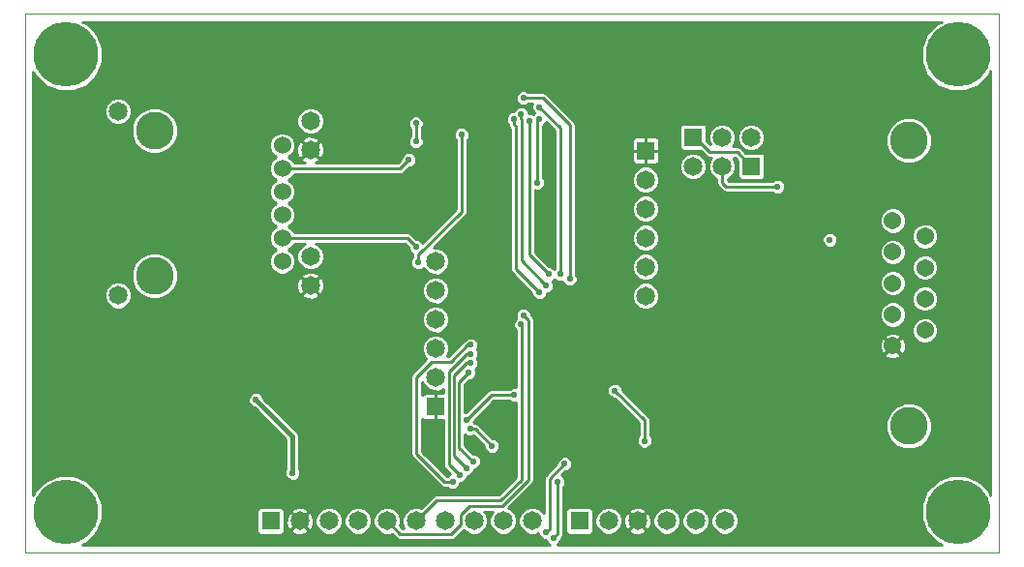
<source format=gbl>
%FSLAX46Y46*%
G04 Gerber Fmt 4.6, Leading zero omitted, Abs format (unit mm)*
G04 Created by KiCad (PCBNEW (2014-07-07 BZR 4986)-product) date Fri 18 Jul 2014 08:12:10 PM EDT*
%MOMM*%
G01*
G04 APERTURE LIST*
%ADD10C,0.100000*%
%ADD11C,5.650000*%
%ADD12C,1.524000*%
%ADD13C,1.651000*%
%ADD14C,3.302000*%
%ADD15R,1.650000X1.650000*%
%ADD16C,1.650000*%
%ADD17C,1.540000*%
%ADD18C,3.300000*%
%ADD19C,0.584200*%
%ADD20C,0.381000*%
%ADD21C,0.254000*%
G04 APERTURE END LIST*
D10*
X50000000Y-98600000D02*
X50000000Y-51400000D01*
X135200000Y-98600000D02*
X50000000Y-98600000D01*
X135200000Y-51400000D02*
X135200000Y-98600000D01*
X50000000Y-51400000D02*
X135200000Y-51400000D01*
D11*
X53600000Y-55000000D03*
X53600000Y-95000000D03*
X131600000Y-95000000D03*
X131600000Y-55000000D03*
D12*
X72500000Y-73080000D03*
X72500000Y-71048000D03*
X72500000Y-69016000D03*
X72500000Y-66984000D03*
X72500000Y-64952000D03*
X72500000Y-62920000D03*
D13*
X74963800Y-75213600D03*
X74963800Y-72673600D03*
X74963800Y-63326400D03*
X74963800Y-60786400D03*
D14*
X61324000Y-61650000D03*
X61324000Y-74350000D03*
D13*
X58149000Y-76064500D03*
X58149000Y-59935500D03*
D15*
X71500000Y-95800000D03*
D16*
X74040000Y-95800000D03*
X76580000Y-95800000D03*
X79120000Y-95800000D03*
X81660000Y-95800000D03*
X84200000Y-95800000D03*
X86740000Y-95800000D03*
X89280000Y-95800000D03*
X91820000Y-95800000D03*
X94360000Y-95800000D03*
D15*
X85900000Y-85800000D03*
D16*
X85900000Y-83260000D03*
X85900000Y-80720000D03*
X85900000Y-78180000D03*
X85900000Y-75640000D03*
X85900000Y-73100000D03*
D15*
X98500000Y-95800000D03*
D16*
X101040000Y-95800000D03*
X103580000Y-95800000D03*
X106120000Y-95800000D03*
X108660000Y-95800000D03*
X111200000Y-95800000D03*
D15*
X104300000Y-63400000D03*
D16*
X104300000Y-65940000D03*
X104300000Y-68480000D03*
X104300000Y-71020000D03*
X104300000Y-73560000D03*
X104300000Y-76100000D03*
D15*
X108458000Y-62230000D03*
D16*
X110998000Y-62230000D03*
X113538000Y-62230000D03*
D15*
X113538000Y-64770000D03*
D16*
X110998000Y-64770000D03*
X108458000Y-64770000D03*
D17*
X125900000Y-69520000D03*
X125900000Y-72260000D03*
X125900000Y-75000000D03*
X125900000Y-77740000D03*
X125900000Y-80480000D03*
X128740000Y-70890000D03*
X128740000Y-73630000D03*
X128740000Y-76370000D03*
X128740000Y-79110000D03*
D18*
X127320000Y-62505000D03*
X127320000Y-87495000D03*
D19*
X85699600Y-90449400D03*
X92354400Y-66268600D03*
X87400000Y-66800000D03*
X92800000Y-86600000D03*
X75800000Y-86600000D03*
X73400000Y-86400000D03*
X99000000Y-58800000D03*
X85200000Y-65200000D03*
X86800000Y-59800000D03*
X91200000Y-58800000D03*
X114000000Y-75600000D03*
X100600000Y-69800000D03*
X95400000Y-70000000D03*
X91400000Y-74600000D03*
X84000000Y-90600000D03*
X104600000Y-81800000D03*
X97800000Y-84800000D03*
X102000000Y-91600000D03*
X96000000Y-87600000D03*
X95000000Y-82800000D03*
X73400000Y-91600000D03*
X70200000Y-85200000D03*
X120400000Y-71200000D03*
X96600000Y-92400000D03*
X96217514Y-97288547D03*
X97200000Y-90800000D03*
X95600000Y-96800000D03*
X93600000Y-77800000D03*
X93400000Y-78600000D03*
X89000000Y-80400000D03*
X87400000Y-92400000D03*
X89000000Y-81200000D03*
X88000000Y-91800000D03*
X89000000Y-82000000D03*
X88600000Y-91200000D03*
X88800000Y-82800000D03*
X89200000Y-90600000D03*
X90830400Y-89230200D03*
X88925400Y-87757000D03*
X101600000Y-84400000D03*
X104200000Y-88800000D03*
X84400000Y-73200000D03*
X88200000Y-62000000D03*
X84200000Y-71800000D03*
X84200000Y-62600000D03*
X84200000Y-61000000D03*
X83577690Y-64200000D03*
X88600000Y-87000000D03*
X92800000Y-84800000D03*
X95000000Y-60600000D03*
X94800000Y-66200000D03*
X96800000Y-74200000D03*
X95000000Y-59600000D03*
X94113683Y-60814012D03*
X95800000Y-74200000D03*
X97655166Y-74636777D03*
X93600000Y-58800000D03*
X95600000Y-75200000D03*
X93400000Y-60200000D03*
X95000000Y-75800000D03*
X92744842Y-60636772D03*
X115824000Y-66548000D03*
D20*
X70200000Y-85200000D02*
X73400000Y-88400000D01*
X73400000Y-88400000D02*
X73400000Y-91600000D01*
D21*
X96217514Y-97288547D02*
X96600000Y-96906061D01*
X96600000Y-96906061D02*
X96600000Y-92400000D01*
X95600000Y-96800000D02*
X95892099Y-96507901D01*
X95892099Y-96507901D02*
X95892099Y-92107901D01*
X95892099Y-92107901D02*
X97200000Y-90800000D01*
X81660000Y-95800000D02*
X82815201Y-96955201D01*
X82815201Y-96955201D02*
X87294497Y-96955201D01*
X94022301Y-78222301D02*
X93600000Y-77800000D01*
X87294497Y-96955201D02*
X88124799Y-96124899D01*
X88124799Y-96124899D02*
X88124799Y-95245503D01*
X88124799Y-95245503D02*
X88913093Y-94457209D01*
X88913093Y-94457209D02*
X91789383Y-94457209D01*
X91789383Y-94457209D02*
X94022301Y-92224291D01*
X94022301Y-92224291D02*
X94022301Y-78222301D01*
X91600000Y-94000000D02*
X93422301Y-92177699D01*
X93422301Y-92177699D02*
X93422301Y-78622301D01*
X93422301Y-78622301D02*
X93400000Y-78600000D01*
X84200000Y-95800000D02*
X86000000Y-94000000D01*
X86000000Y-94000000D02*
X91600000Y-94000000D01*
X87400000Y-92400000D02*
X86721006Y-92400000D01*
X86721006Y-92400000D02*
X84251800Y-89930794D01*
X84251800Y-89930794D02*
X84251800Y-83198502D01*
X84251800Y-83198502D02*
X85575101Y-81875201D01*
X85575101Y-81875201D02*
X87265116Y-81875201D01*
X87265116Y-81875201D02*
X88740317Y-80400000D01*
X88740317Y-80400000D02*
X89000000Y-80400000D01*
X87063280Y-82723629D02*
X88586909Y-81200000D01*
X88586909Y-81200000D02*
X89000000Y-81200000D01*
X87063280Y-90863280D02*
X87063280Y-82723629D01*
X88000000Y-91800000D02*
X87063280Y-90863280D01*
X87520490Y-90120490D02*
X87520490Y-83066419D01*
X88586909Y-82000000D02*
X89000000Y-82000000D01*
X87520490Y-83066419D02*
X88586909Y-82000000D01*
X88600000Y-91200000D02*
X87520490Y-90120490D01*
X87977699Y-83622301D02*
X88507901Y-83092099D01*
X88507901Y-83092099D02*
X88800000Y-82800000D01*
X89200000Y-90600000D02*
X87977699Y-89377699D01*
X87977699Y-89377699D02*
X87977699Y-83622301D01*
X90830400Y-89230200D02*
X89357200Y-87757000D01*
X89357200Y-87757000D02*
X89338491Y-87757000D01*
X89338491Y-87757000D02*
X88925400Y-87757000D01*
X104200000Y-87000000D02*
X104200000Y-88800000D01*
X101600000Y-84400000D02*
X104200000Y-87000000D01*
X88200000Y-62000000D02*
X88200000Y-68721006D01*
X88200000Y-68721006D02*
X84400000Y-72521006D01*
X84400000Y-72521006D02*
X84400000Y-73200000D01*
X84200000Y-71800000D02*
X83448000Y-71048000D01*
X83448000Y-71048000D02*
X72500000Y-71048000D01*
X84200000Y-61000000D02*
X84200000Y-62600000D01*
X83577690Y-64200000D02*
X82825690Y-64952000D01*
X82825690Y-64952000D02*
X72500000Y-64952000D01*
X90800000Y-84800000D02*
X92800000Y-84800000D01*
X88600000Y-87000000D02*
X90800000Y-84800000D01*
X94800000Y-66200000D02*
X94800000Y-60800000D01*
X94800000Y-60800000D02*
X95000000Y-60600000D01*
X96800000Y-73786909D02*
X96800000Y-74200000D01*
X95000000Y-59600000D02*
X96800000Y-61400000D01*
X96800000Y-61400000D02*
X96800000Y-73786909D01*
X95800000Y-74200000D02*
X94113683Y-72513683D01*
X94113683Y-61227103D02*
X94113683Y-60814012D01*
X94113683Y-72513683D02*
X94113683Y-61227103D01*
X93600000Y-58800000D02*
X95321006Y-58800000D01*
X97655166Y-74223686D02*
X97655166Y-74636777D01*
X97655166Y-61134160D02*
X97655166Y-74223686D01*
X95321006Y-58800000D02*
X97655166Y-61134160D01*
X95307901Y-74907901D02*
X95600000Y-75200000D01*
X93433910Y-73033910D02*
X95307901Y-74907901D01*
X93433910Y-60647001D02*
X93433910Y-73033910D01*
X93400000Y-60200000D02*
X93400000Y-60613091D01*
X93400000Y-60613091D02*
X93433910Y-60647001D01*
X92744842Y-60636772D02*
X92744842Y-61049863D01*
X94707901Y-75507901D02*
X95000000Y-75800000D01*
X92976701Y-61281722D02*
X92976701Y-73776701D01*
X92744842Y-61049863D02*
X92976701Y-61281722D01*
X92976701Y-73776701D02*
X94707901Y-75507901D01*
X108458000Y-62230000D02*
X108610400Y-62230000D01*
X108610400Y-62230000D02*
X109905800Y-63525400D01*
X109905800Y-63525400D02*
X112293400Y-63525400D01*
X112293400Y-63525400D02*
X113538000Y-64770000D01*
X110998000Y-64770000D02*
X110998000Y-66190726D01*
X111355274Y-66548000D02*
X115824000Y-66548000D01*
X110998000Y-66190726D02*
X111355274Y-66548000D01*
G36*
X87225419Y-91743839D02*
X87019217Y-91829041D01*
X86956148Y-91892000D01*
X86931426Y-91892000D01*
X84759800Y-89720373D01*
X84759800Y-86848615D01*
X84859181Y-86947996D01*
X84999215Y-87006000D01*
X85150786Y-87006000D01*
X85792050Y-87006000D01*
X85887300Y-86910750D01*
X85887300Y-85812700D01*
X85867300Y-85812700D01*
X85867300Y-85787300D01*
X85887300Y-85787300D01*
X85887300Y-84689250D01*
X85792050Y-84594000D01*
X85150786Y-84594000D01*
X84999215Y-84594000D01*
X84859181Y-84652004D01*
X84759800Y-84751384D01*
X84759800Y-83658589D01*
X84877007Y-83942252D01*
X85215964Y-84281801D01*
X85659059Y-84465790D01*
X86138836Y-84466209D01*
X86555280Y-84294137D01*
X86555280Y-84594000D01*
X86007950Y-84594000D01*
X85912700Y-84689250D01*
X85912700Y-85787300D01*
X85932700Y-85787300D01*
X85932700Y-85812700D01*
X85912700Y-85812700D01*
X85912700Y-86910750D01*
X86007950Y-87006000D01*
X86555280Y-87006000D01*
X86555280Y-90863280D01*
X86593949Y-91057683D01*
X86704070Y-91222490D01*
X87225419Y-91743839D01*
X87225419Y-91743839D01*
G37*
X87225419Y-91743839D02*
X87019217Y-91829041D01*
X86956148Y-91892000D01*
X86931426Y-91892000D01*
X84759800Y-89720373D01*
X84759800Y-86848615D01*
X84859181Y-86947996D01*
X84999215Y-87006000D01*
X85150786Y-87006000D01*
X85792050Y-87006000D01*
X85887300Y-86910750D01*
X85887300Y-85812700D01*
X85867300Y-85812700D01*
X85867300Y-85787300D01*
X85887300Y-85787300D01*
X85887300Y-84689250D01*
X85792050Y-84594000D01*
X85150786Y-84594000D01*
X84999215Y-84594000D01*
X84859181Y-84652004D01*
X84759800Y-84751384D01*
X84759800Y-83658589D01*
X84877007Y-83942252D01*
X85215964Y-84281801D01*
X85659059Y-84465790D01*
X86138836Y-84466209D01*
X86555280Y-84294137D01*
X86555280Y-84594000D01*
X86007950Y-84594000D01*
X85912700Y-84689250D01*
X85912700Y-85787300D01*
X85932700Y-85787300D01*
X85932700Y-85812700D01*
X85912700Y-85812700D01*
X85912700Y-86910750D01*
X86007950Y-87006000D01*
X86555280Y-87006000D01*
X86555280Y-90863280D01*
X86593949Y-91057683D01*
X86704070Y-91222490D01*
X87225419Y-91743839D01*
G36*
X96292000Y-73740120D02*
X96181778Y-73629706D01*
X95934475Y-73527017D01*
X95845359Y-73526939D01*
X94621683Y-72303262D01*
X94621683Y-66854778D01*
X94665525Y-66872983D01*
X94933301Y-66873217D01*
X95180783Y-66770959D01*
X95370294Y-66581778D01*
X95472983Y-66334475D01*
X95473217Y-66066699D01*
X95370959Y-65819217D01*
X95308000Y-65756148D01*
X95308000Y-61201032D01*
X95380783Y-61170959D01*
X95570294Y-60981778D01*
X95597599Y-60916019D01*
X96292000Y-61610420D01*
X96292000Y-73740120D01*
X96292000Y-73740120D01*
G37*
X96292000Y-73740120D02*
X96181778Y-73629706D01*
X95934475Y-73527017D01*
X95845359Y-73526939D01*
X94621683Y-72303262D01*
X94621683Y-66854778D01*
X94665525Y-66872983D01*
X94933301Y-66873217D01*
X95180783Y-66770959D01*
X95370294Y-66581778D01*
X95472983Y-66334475D01*
X95473217Y-66066699D01*
X95370959Y-65819217D01*
X95308000Y-65756148D01*
X95308000Y-61201032D01*
X95380783Y-61170959D01*
X95570294Y-60981778D01*
X95597599Y-60916019D01*
X96292000Y-61610420D01*
X96292000Y-73740120D01*
G36*
X134473000Y-93557820D02*
X134319499Y-93186320D01*
X133418424Y-92283670D01*
X132240511Y-91794558D01*
X130965085Y-91793445D01*
X129891199Y-92237165D01*
X129891199Y-78882056D01*
X129891199Y-76142056D01*
X129891199Y-73402056D01*
X129891199Y-70662056D01*
X129716339Y-70238863D01*
X129392840Y-69914799D01*
X129351352Y-69897571D01*
X129351352Y-62102781D01*
X129042802Y-61356034D01*
X128471971Y-60784206D01*
X127725763Y-60474353D01*
X126917781Y-60473648D01*
X126171034Y-60782198D01*
X125599206Y-61353029D01*
X125289353Y-62099237D01*
X125288648Y-62907219D01*
X125597198Y-63653966D01*
X126168029Y-64225794D01*
X126914237Y-64535647D01*
X127722219Y-64536352D01*
X128468966Y-64227802D01*
X129040794Y-63656971D01*
X129350647Y-62910763D01*
X129351352Y-62102781D01*
X129351352Y-69897571D01*
X128969952Y-69739201D01*
X128512056Y-69738801D01*
X128088863Y-69913661D01*
X127764799Y-70237160D01*
X127589201Y-70660048D01*
X127588801Y-71117944D01*
X127763661Y-71541137D01*
X128087160Y-71865201D01*
X128510048Y-72040799D01*
X128967944Y-72041199D01*
X129391137Y-71866339D01*
X129715201Y-71542840D01*
X129890799Y-71119952D01*
X129891199Y-70662056D01*
X129891199Y-73402056D01*
X129716339Y-72978863D01*
X129392840Y-72654799D01*
X128969952Y-72479201D01*
X128512056Y-72478801D01*
X128088863Y-72653661D01*
X127764799Y-72977160D01*
X127589201Y-73400048D01*
X127588801Y-73857944D01*
X127763661Y-74281137D01*
X128087160Y-74605201D01*
X128510048Y-74780799D01*
X128967944Y-74781199D01*
X129391137Y-74606339D01*
X129715201Y-74282840D01*
X129890799Y-73859952D01*
X129891199Y-73402056D01*
X129891199Y-76142056D01*
X129716339Y-75718863D01*
X129392840Y-75394799D01*
X128969952Y-75219201D01*
X128512056Y-75218801D01*
X128088863Y-75393661D01*
X127764799Y-75717160D01*
X127589201Y-76140048D01*
X127588801Y-76597944D01*
X127763661Y-77021137D01*
X128087160Y-77345201D01*
X128510048Y-77520799D01*
X128967944Y-77521199D01*
X129391137Y-77346339D01*
X129715201Y-77022840D01*
X129890799Y-76599952D01*
X129891199Y-76142056D01*
X129891199Y-78882056D01*
X129716339Y-78458863D01*
X129392840Y-78134799D01*
X128969952Y-77959201D01*
X128512056Y-77958801D01*
X128088863Y-78133661D01*
X127764799Y-78457160D01*
X127589201Y-78880048D01*
X127588801Y-79337944D01*
X127763661Y-79761137D01*
X128087160Y-80085201D01*
X128510048Y-80260799D01*
X128967944Y-80261199D01*
X129391137Y-80086339D01*
X129715201Y-79762840D01*
X129890799Y-79339952D01*
X129891199Y-78882056D01*
X129891199Y-92237165D01*
X129786320Y-92280501D01*
X129351352Y-92714710D01*
X129351352Y-87092781D01*
X129042802Y-86346034D01*
X128471971Y-85774206D01*
X127725763Y-85464353D01*
X127057046Y-85463769D01*
X127057046Y-80283884D01*
X127051199Y-80268548D01*
X127051199Y-77512056D01*
X127051199Y-74772056D01*
X127051199Y-72032056D01*
X127051199Y-69292056D01*
X126876339Y-68868863D01*
X126552840Y-68544799D01*
X126129952Y-68369201D01*
X125672056Y-68368801D01*
X125248863Y-68543661D01*
X124924799Y-68867160D01*
X124749201Y-69290048D01*
X124748801Y-69747944D01*
X124923661Y-70171137D01*
X125247160Y-70495201D01*
X125670048Y-70670799D01*
X126127944Y-70671199D01*
X126551137Y-70496339D01*
X126875201Y-70172840D01*
X127050799Y-69749952D01*
X127051199Y-69292056D01*
X127051199Y-72032056D01*
X126876339Y-71608863D01*
X126552840Y-71284799D01*
X126129952Y-71109201D01*
X125672056Y-71108801D01*
X125248863Y-71283661D01*
X124924799Y-71607160D01*
X124749201Y-72030048D01*
X124748801Y-72487944D01*
X124923661Y-72911137D01*
X125247160Y-73235201D01*
X125670048Y-73410799D01*
X126127944Y-73411199D01*
X126551137Y-73236339D01*
X126875201Y-72912840D01*
X127050799Y-72489952D01*
X127051199Y-72032056D01*
X127051199Y-74772056D01*
X126876339Y-74348863D01*
X126552840Y-74024799D01*
X126129952Y-73849201D01*
X125672056Y-73848801D01*
X125248863Y-74023661D01*
X124924799Y-74347160D01*
X124749201Y-74770048D01*
X124748801Y-75227944D01*
X124923661Y-75651137D01*
X125247160Y-75975201D01*
X125670048Y-76150799D01*
X126127944Y-76151199D01*
X126551137Y-75976339D01*
X126875201Y-75652840D01*
X127050799Y-75229952D01*
X127051199Y-74772056D01*
X127051199Y-77512056D01*
X126876339Y-77088863D01*
X126552840Y-76764799D01*
X126129952Y-76589201D01*
X125672056Y-76588801D01*
X125248863Y-76763661D01*
X124924799Y-77087160D01*
X124749201Y-77510048D01*
X124748801Y-77967944D01*
X124923661Y-78391137D01*
X125247160Y-78715201D01*
X125670048Y-78890799D01*
X126127944Y-78891199D01*
X126551137Y-78716339D01*
X126875201Y-78392840D01*
X127050799Y-77969952D01*
X127051199Y-77512056D01*
X127051199Y-80268548D01*
X126893921Y-79856031D01*
X126856830Y-79800520D01*
X126671400Y-79726561D01*
X126653439Y-79744522D01*
X126653439Y-79708600D01*
X126579480Y-79523170D01*
X126161595Y-79335978D01*
X125703884Y-79322954D01*
X125276031Y-79486079D01*
X125220520Y-79523170D01*
X125146561Y-79708600D01*
X125900000Y-80462039D01*
X126653439Y-79708600D01*
X126653439Y-79744522D01*
X125917961Y-80480000D01*
X126671400Y-81233439D01*
X126856830Y-81159480D01*
X127044022Y-80741595D01*
X127057046Y-80283884D01*
X127057046Y-85463769D01*
X126917781Y-85463648D01*
X126653439Y-85572872D01*
X126653439Y-81251400D01*
X125900000Y-80497961D01*
X125882039Y-80515922D01*
X125882039Y-80480000D01*
X125128600Y-79726561D01*
X124943170Y-79800520D01*
X124755978Y-80218405D01*
X124742954Y-80676116D01*
X124906079Y-81103969D01*
X124943170Y-81159480D01*
X125128600Y-81233439D01*
X125882039Y-80480000D01*
X125882039Y-80515922D01*
X125146561Y-81251400D01*
X125220520Y-81436830D01*
X125638405Y-81624022D01*
X126096116Y-81637046D01*
X126523969Y-81473921D01*
X126579480Y-81436830D01*
X126653439Y-81251400D01*
X126653439Y-85572872D01*
X126171034Y-85772198D01*
X125599206Y-86343029D01*
X125289353Y-87089237D01*
X125288648Y-87897219D01*
X125597198Y-88643966D01*
X126168029Y-89215794D01*
X126914237Y-89525647D01*
X127722219Y-89526352D01*
X128468966Y-89217802D01*
X129040794Y-88646971D01*
X129350647Y-87900763D01*
X129351352Y-87092781D01*
X129351352Y-92714710D01*
X128883670Y-93181576D01*
X128394558Y-94359489D01*
X128393445Y-95634915D01*
X128880501Y-96813680D01*
X129781576Y-97716330D01*
X130158879Y-97873000D01*
X121073217Y-97873000D01*
X121073217Y-71066699D01*
X120970959Y-70819217D01*
X120781778Y-70629706D01*
X120534475Y-70527017D01*
X120266699Y-70526783D01*
X120019217Y-70629041D01*
X119829706Y-70818222D01*
X119727017Y-71065525D01*
X119726783Y-71333301D01*
X119829041Y-71580783D01*
X120018222Y-71770294D01*
X120265525Y-71872983D01*
X120533301Y-71873217D01*
X120780783Y-71770959D01*
X120970294Y-71581778D01*
X121072983Y-71334475D01*
X121073217Y-71066699D01*
X121073217Y-97873000D01*
X116497217Y-97873000D01*
X116497217Y-66414699D01*
X116394959Y-66167217D01*
X116205778Y-65977706D01*
X115958475Y-65875017D01*
X115690699Y-65874783D01*
X115443217Y-65977041D01*
X115380148Y-66040000D01*
X114744209Y-66040000D01*
X114744209Y-61991164D01*
X114560993Y-61547748D01*
X114222036Y-61208199D01*
X113778941Y-61024210D01*
X113299164Y-61023791D01*
X112855748Y-61207007D01*
X112516199Y-61545964D01*
X112332210Y-61989059D01*
X112331791Y-62468836D01*
X112515007Y-62912252D01*
X112853964Y-63251801D01*
X113297059Y-63435790D01*
X113776836Y-63436209D01*
X114220252Y-63252993D01*
X114559801Y-62914036D01*
X114743790Y-62470941D01*
X114744209Y-61991164D01*
X114744209Y-66040000D01*
X111565694Y-66040000D01*
X111506000Y-65980306D01*
X111506000Y-65864992D01*
X111680252Y-65792993D01*
X112019801Y-65454036D01*
X112203790Y-65010941D01*
X112204209Y-64531164D01*
X112020993Y-64087748D01*
X111966739Y-64033400D01*
X112082980Y-64033400D01*
X112332000Y-64282420D01*
X112332000Y-65670786D01*
X112390004Y-65810820D01*
X112497181Y-65917996D01*
X112637215Y-65976000D01*
X112788786Y-65976000D01*
X114438786Y-65976000D01*
X114578820Y-65917996D01*
X114685996Y-65810819D01*
X114744000Y-65670785D01*
X114744000Y-65519214D01*
X114744000Y-63869214D01*
X114685996Y-63729180D01*
X114578819Y-63622004D01*
X114438785Y-63564000D01*
X114287214Y-63564000D01*
X113050420Y-63564000D01*
X112652610Y-63166190D01*
X112487803Y-63056069D01*
X112293400Y-63017400D01*
X111916256Y-63017400D01*
X112019801Y-62914036D01*
X112203790Y-62470941D01*
X112204209Y-61991164D01*
X112020993Y-61547748D01*
X111682036Y-61208199D01*
X111238941Y-61024210D01*
X110759164Y-61023791D01*
X110315748Y-61207007D01*
X109976199Y-61545964D01*
X109792210Y-61989059D01*
X109791791Y-62468836D01*
X109949612Y-62850792D01*
X109664000Y-62565180D01*
X109664000Y-61329214D01*
X109605996Y-61189180D01*
X109498819Y-61082004D01*
X109358785Y-61024000D01*
X109207214Y-61024000D01*
X107557214Y-61024000D01*
X107417180Y-61082004D01*
X107310004Y-61189181D01*
X107252000Y-61329215D01*
X107252000Y-61480786D01*
X107252000Y-63130786D01*
X107310004Y-63270820D01*
X107417181Y-63377996D01*
X107557215Y-63436000D01*
X107708786Y-63436000D01*
X109097980Y-63436000D01*
X109546590Y-63884610D01*
X109711396Y-63994731D01*
X109711397Y-63994731D01*
X109743649Y-64001146D01*
X109905800Y-64033400D01*
X110028854Y-64033400D01*
X109976199Y-64085964D01*
X109792210Y-64529059D01*
X109791791Y-65008836D01*
X109975007Y-65452252D01*
X110313964Y-65791801D01*
X110490000Y-65864897D01*
X110490000Y-66190726D01*
X110528669Y-66385129D01*
X110638790Y-66549936D01*
X110996064Y-66907210D01*
X111160871Y-67017331D01*
X111355274Y-67056000D01*
X115380036Y-67056000D01*
X115442222Y-67118294D01*
X115689525Y-67220983D01*
X115957301Y-67221217D01*
X116204783Y-67118959D01*
X116394294Y-66929778D01*
X116496983Y-66682475D01*
X116497217Y-66414699D01*
X116497217Y-97873000D01*
X112406209Y-97873000D01*
X112406209Y-95561164D01*
X112222993Y-95117748D01*
X111884036Y-94778199D01*
X111440941Y-94594210D01*
X110961164Y-94593791D01*
X110517748Y-94777007D01*
X110178199Y-95115964D01*
X109994210Y-95559059D01*
X109993791Y-96038836D01*
X110177007Y-96482252D01*
X110515964Y-96821801D01*
X110959059Y-97005790D01*
X111438836Y-97006209D01*
X111882252Y-96822993D01*
X112221801Y-96484036D01*
X112405790Y-96040941D01*
X112406209Y-95561164D01*
X112406209Y-97873000D01*
X109866209Y-97873000D01*
X109866209Y-95561164D01*
X109682993Y-95117748D01*
X109664209Y-95098931D01*
X109664209Y-64531164D01*
X109480993Y-64087748D01*
X109142036Y-63748199D01*
X108698941Y-63564210D01*
X108219164Y-63563791D01*
X107775748Y-63747007D01*
X107436199Y-64085964D01*
X107252210Y-64529059D01*
X107251791Y-65008836D01*
X107435007Y-65452252D01*
X107773964Y-65791801D01*
X108217059Y-65975790D01*
X108696836Y-65976209D01*
X109140252Y-65792993D01*
X109479801Y-65454036D01*
X109663790Y-65010941D01*
X109664209Y-64531164D01*
X109664209Y-95098931D01*
X109344036Y-94778199D01*
X108900941Y-94594210D01*
X108421164Y-94593791D01*
X107977748Y-94777007D01*
X107638199Y-95115964D01*
X107454210Y-95559059D01*
X107453791Y-96038836D01*
X107637007Y-96482252D01*
X107975964Y-96821801D01*
X108419059Y-97005790D01*
X108898836Y-97006209D01*
X109342252Y-96822993D01*
X109681801Y-96484036D01*
X109865790Y-96040941D01*
X109866209Y-95561164D01*
X109866209Y-97873000D01*
X107326209Y-97873000D01*
X107326209Y-95561164D01*
X107142993Y-95117748D01*
X106804036Y-94778199D01*
X106360941Y-94594210D01*
X105881164Y-94593791D01*
X105506209Y-94748719D01*
X105506209Y-75861164D01*
X105506209Y-73321164D01*
X105506209Y-70781164D01*
X105506209Y-68241164D01*
X105506209Y-65701164D01*
X105506000Y-65700658D01*
X105506000Y-64300786D01*
X105506000Y-63507950D01*
X105506000Y-63292050D01*
X105506000Y-62499214D01*
X105447996Y-62359180D01*
X105340819Y-62252004D01*
X105200785Y-62194000D01*
X105049214Y-62194000D01*
X104407950Y-62194000D01*
X104312700Y-62289250D01*
X104312700Y-63387300D01*
X105410750Y-63387300D01*
X105506000Y-63292050D01*
X105506000Y-63507950D01*
X105410750Y-63412700D01*
X104312700Y-63412700D01*
X104312700Y-64510750D01*
X104407950Y-64606000D01*
X105049214Y-64606000D01*
X105200785Y-64606000D01*
X105340819Y-64547996D01*
X105447996Y-64440820D01*
X105506000Y-64300786D01*
X105506000Y-65700658D01*
X105322993Y-65257748D01*
X104984036Y-64918199D01*
X104540941Y-64734210D01*
X104287300Y-64733988D01*
X104287300Y-64510750D01*
X104287300Y-63412700D01*
X104287300Y-63387300D01*
X104287300Y-62289250D01*
X104192050Y-62194000D01*
X103550786Y-62194000D01*
X103399215Y-62194000D01*
X103259181Y-62252004D01*
X103152004Y-62359180D01*
X103094000Y-62499214D01*
X103094000Y-63292050D01*
X103189250Y-63387300D01*
X104287300Y-63387300D01*
X104287300Y-63412700D01*
X103189250Y-63412700D01*
X103094000Y-63507950D01*
X103094000Y-64300786D01*
X103152004Y-64440820D01*
X103259181Y-64547996D01*
X103399215Y-64606000D01*
X103550786Y-64606000D01*
X104192050Y-64606000D01*
X104287300Y-64510750D01*
X104287300Y-64733988D01*
X104061164Y-64733791D01*
X103617748Y-64917007D01*
X103278199Y-65255964D01*
X103094210Y-65699059D01*
X103093791Y-66178836D01*
X103277007Y-66622252D01*
X103615964Y-66961801D01*
X104059059Y-67145790D01*
X104538836Y-67146209D01*
X104982252Y-66962993D01*
X105321801Y-66624036D01*
X105505790Y-66180941D01*
X105506209Y-65701164D01*
X105506209Y-68241164D01*
X105322993Y-67797748D01*
X104984036Y-67458199D01*
X104540941Y-67274210D01*
X104061164Y-67273791D01*
X103617748Y-67457007D01*
X103278199Y-67795964D01*
X103094210Y-68239059D01*
X103093791Y-68718836D01*
X103277007Y-69162252D01*
X103615964Y-69501801D01*
X104059059Y-69685790D01*
X104538836Y-69686209D01*
X104982252Y-69502993D01*
X105321801Y-69164036D01*
X105505790Y-68720941D01*
X105506209Y-68241164D01*
X105506209Y-70781164D01*
X105322993Y-70337748D01*
X104984036Y-69998199D01*
X104540941Y-69814210D01*
X104061164Y-69813791D01*
X103617748Y-69997007D01*
X103278199Y-70335964D01*
X103094210Y-70779059D01*
X103093791Y-71258836D01*
X103277007Y-71702252D01*
X103615964Y-72041801D01*
X104059059Y-72225790D01*
X104538836Y-72226209D01*
X104982252Y-72042993D01*
X105321801Y-71704036D01*
X105505790Y-71260941D01*
X105506209Y-70781164D01*
X105506209Y-73321164D01*
X105322993Y-72877748D01*
X104984036Y-72538199D01*
X104540941Y-72354210D01*
X104061164Y-72353791D01*
X103617748Y-72537007D01*
X103278199Y-72875964D01*
X103094210Y-73319059D01*
X103093791Y-73798836D01*
X103277007Y-74242252D01*
X103615964Y-74581801D01*
X104059059Y-74765790D01*
X104538836Y-74766209D01*
X104982252Y-74582993D01*
X105321801Y-74244036D01*
X105505790Y-73800941D01*
X105506209Y-73321164D01*
X105506209Y-75861164D01*
X105322993Y-75417748D01*
X104984036Y-75078199D01*
X104540941Y-74894210D01*
X104061164Y-74893791D01*
X103617748Y-75077007D01*
X103278199Y-75415964D01*
X103094210Y-75859059D01*
X103093791Y-76338836D01*
X103277007Y-76782252D01*
X103615964Y-77121801D01*
X104059059Y-77305790D01*
X104538836Y-77306209D01*
X104982252Y-77122993D01*
X105321801Y-76784036D01*
X105505790Y-76340941D01*
X105506209Y-75861164D01*
X105506209Y-94748719D01*
X105437748Y-94777007D01*
X105098199Y-95115964D01*
X104914210Y-95559059D01*
X104913791Y-96038836D01*
X105097007Y-96482252D01*
X105435964Y-96821801D01*
X105879059Y-97005790D01*
X106358836Y-97006209D01*
X106802252Y-96822993D01*
X107141801Y-96484036D01*
X107325790Y-96040941D01*
X107326209Y-95561164D01*
X107326209Y-97873000D01*
X104873217Y-97873000D01*
X104873217Y-88666699D01*
X104770959Y-88419217D01*
X104708000Y-88356148D01*
X104708000Y-87000000D01*
X104675746Y-86837849D01*
X104669331Y-86805597D01*
X104669331Y-86805596D01*
X104559210Y-86640790D01*
X102273140Y-84354720D01*
X102273217Y-84266699D01*
X102170959Y-84019217D01*
X101981778Y-83829706D01*
X101734475Y-83727017D01*
X101466699Y-83726783D01*
X101219217Y-83829041D01*
X101029706Y-84018222D01*
X100927017Y-84265525D01*
X100926783Y-84533301D01*
X101029041Y-84780783D01*
X101218222Y-84970294D01*
X101465525Y-85072983D01*
X101554640Y-85073060D01*
X103692000Y-87210420D01*
X103692000Y-88356036D01*
X103629706Y-88418222D01*
X103527017Y-88665525D01*
X103526783Y-88933301D01*
X103629041Y-89180783D01*
X103818222Y-89370294D01*
X104065525Y-89472983D01*
X104333301Y-89473217D01*
X104580783Y-89370959D01*
X104770294Y-89181778D01*
X104872983Y-88934475D01*
X104873217Y-88666699D01*
X104873217Y-97873000D01*
X104792436Y-97873000D01*
X104792436Y-95595111D01*
X104621737Y-95146728D01*
X104582200Y-95087557D01*
X104391056Y-95006905D01*
X104373095Y-95024866D01*
X104373095Y-94988944D01*
X104292443Y-94797800D01*
X103854686Y-94601448D01*
X103375111Y-94587564D01*
X102926728Y-94758263D01*
X102867557Y-94797800D01*
X102786905Y-94988944D01*
X103580000Y-95782039D01*
X104373095Y-94988944D01*
X104373095Y-95024866D01*
X103597961Y-95800000D01*
X104391056Y-96593095D01*
X104582200Y-96512443D01*
X104778552Y-96074686D01*
X104792436Y-95595111D01*
X104792436Y-97873000D01*
X104373095Y-97873000D01*
X104373095Y-96611056D01*
X103580000Y-95817961D01*
X103562039Y-95835922D01*
X103562039Y-95800000D01*
X102768944Y-95006905D01*
X102577800Y-95087557D01*
X102381448Y-95525314D01*
X102367564Y-96004889D01*
X102538263Y-96453272D01*
X102577800Y-96512443D01*
X102768944Y-96593095D01*
X103562039Y-95800000D01*
X103562039Y-95835922D01*
X102786905Y-96611056D01*
X102867557Y-96802200D01*
X103305314Y-96998552D01*
X103784889Y-97012436D01*
X104233272Y-96841737D01*
X104292443Y-96802200D01*
X104373095Y-96611056D01*
X104373095Y-97873000D01*
X102246209Y-97873000D01*
X102246209Y-95561164D01*
X102062993Y-95117748D01*
X101724036Y-94778199D01*
X101280941Y-94594210D01*
X100801164Y-94593791D01*
X100357748Y-94777007D01*
X100018199Y-95115964D01*
X99834210Y-95559059D01*
X99833791Y-96038836D01*
X100017007Y-96482252D01*
X100355964Y-96821801D01*
X100799059Y-97005790D01*
X101278836Y-97006209D01*
X101722252Y-96822993D01*
X102061801Y-96484036D01*
X102245790Y-96040941D01*
X102246209Y-95561164D01*
X102246209Y-97873000D01*
X99706000Y-97873000D01*
X99706000Y-96700785D01*
X99706000Y-96549214D01*
X99706000Y-94899214D01*
X99647996Y-94759180D01*
X99540819Y-94652004D01*
X99400785Y-94594000D01*
X99249214Y-94594000D01*
X98328383Y-94594000D01*
X98328383Y-74503476D01*
X98226125Y-74255994D01*
X98163166Y-74192925D01*
X98163166Y-61134160D01*
X98124497Y-60939757D01*
X98014376Y-60774950D01*
X95680216Y-58440790D01*
X95515409Y-58330669D01*
X95321006Y-58292000D01*
X94043963Y-58292000D01*
X93981778Y-58229706D01*
X93734475Y-58127017D01*
X93466699Y-58126783D01*
X93219217Y-58229041D01*
X93029706Y-58418222D01*
X92927017Y-58665525D01*
X92926783Y-58933301D01*
X93029041Y-59180783D01*
X93218222Y-59370294D01*
X93465525Y-59472983D01*
X93733301Y-59473217D01*
X93980783Y-59370959D01*
X94043851Y-59308000D01*
X94392426Y-59308000D01*
X94327017Y-59465525D01*
X94326783Y-59733301D01*
X94429041Y-59980783D01*
X94548092Y-60100041D01*
X94430984Y-60216945D01*
X94248158Y-60141029D01*
X94073152Y-60140876D01*
X94073217Y-60066699D01*
X93970959Y-59819217D01*
X93781778Y-59629706D01*
X93534475Y-59527017D01*
X93266699Y-59526783D01*
X93019217Y-59629041D01*
X92829706Y-59818222D01*
X92769301Y-59963692D01*
X92611541Y-59963555D01*
X92364059Y-60065813D01*
X92174548Y-60254994D01*
X92071859Y-60502297D01*
X92071625Y-60770073D01*
X92173883Y-61017555D01*
X92244483Y-61088278D01*
X92275511Y-61244266D01*
X92385632Y-61409073D01*
X92468701Y-61492142D01*
X92468701Y-73776701D01*
X92507370Y-73971104D01*
X92617491Y-74135911D01*
X94326859Y-75845280D01*
X94326783Y-75933301D01*
X94429041Y-76180783D01*
X94618222Y-76370294D01*
X94865525Y-76472983D01*
X95133301Y-76473217D01*
X95380783Y-76370959D01*
X95570294Y-76181778D01*
X95672983Y-75934475D01*
X95673036Y-75873164D01*
X95733301Y-75873217D01*
X95980783Y-75770959D01*
X96170294Y-75581778D01*
X96272983Y-75334475D01*
X96273217Y-75066699D01*
X96170959Y-74819217D01*
X96139721Y-74787925D01*
X96180783Y-74770959D01*
X96300041Y-74651907D01*
X96418222Y-74770294D01*
X96665525Y-74872983D01*
X96933301Y-74873217D01*
X97011256Y-74841006D01*
X97084207Y-75017560D01*
X97273388Y-75207071D01*
X97520691Y-75309760D01*
X97788467Y-75309994D01*
X98035949Y-75207736D01*
X98225460Y-75018555D01*
X98328149Y-74771252D01*
X98328383Y-74503476D01*
X98328383Y-94594000D01*
X97599214Y-94594000D01*
X97459180Y-94652004D01*
X97352004Y-94759181D01*
X97294000Y-94899215D01*
X97294000Y-95050786D01*
X97294000Y-96700786D01*
X97352004Y-96840820D01*
X97459181Y-96947996D01*
X97599215Y-97006000D01*
X97750786Y-97006000D01*
X99400786Y-97006000D01*
X99540820Y-96947996D01*
X99647996Y-96840819D01*
X99706000Y-96700785D01*
X99706000Y-97873000D01*
X96565639Y-97873000D01*
X96598297Y-97859506D01*
X96787808Y-97670325D01*
X96890497Y-97423022D01*
X96890574Y-97333906D01*
X96959210Y-97265271D01*
X97069331Y-97100464D01*
X97108000Y-96906061D01*
X97108000Y-92843963D01*
X97170294Y-92781778D01*
X97272983Y-92534475D01*
X97273217Y-92266699D01*
X97170959Y-92019217D01*
X96981778Y-91829706D01*
X96916019Y-91802400D01*
X97245279Y-91473140D01*
X97333301Y-91473217D01*
X97580783Y-91370959D01*
X97770294Y-91181778D01*
X97872983Y-90934475D01*
X97873217Y-90666699D01*
X97770959Y-90419217D01*
X97581778Y-90229706D01*
X97334475Y-90127017D01*
X97066699Y-90126783D01*
X96819217Y-90229041D01*
X96629706Y-90418222D01*
X96527017Y-90665525D01*
X96526939Y-90754640D01*
X95532889Y-91748691D01*
X95422768Y-91913498D01*
X95384099Y-92107901D01*
X95384099Y-95120424D01*
X95382993Y-95117748D01*
X95044036Y-94778199D01*
X94600941Y-94594210D01*
X94530301Y-94594148D01*
X94530301Y-92224291D01*
X94530301Y-78222301D01*
X94491632Y-78027898D01*
X94381511Y-77863091D01*
X94273140Y-77754720D01*
X94273217Y-77666699D01*
X94170959Y-77419217D01*
X93981778Y-77229706D01*
X93734475Y-77127017D01*
X93466699Y-77126783D01*
X93219217Y-77229041D01*
X93029706Y-77418222D01*
X92927017Y-77665525D01*
X92926783Y-77933301D01*
X92981782Y-78066410D01*
X92829706Y-78218222D01*
X92727017Y-78465525D01*
X92726783Y-78733301D01*
X92829041Y-78980783D01*
X92914301Y-79066191D01*
X92914301Y-84126999D01*
X92666699Y-84126783D01*
X92419217Y-84229041D01*
X92356148Y-84292000D01*
X90800000Y-84292000D01*
X90605597Y-84330669D01*
X90440790Y-84440790D01*
X88554720Y-86326859D01*
X88485699Y-86326799D01*
X88485699Y-83832721D01*
X88845279Y-83473140D01*
X88933301Y-83473217D01*
X89180783Y-83370959D01*
X89370294Y-83181778D01*
X89472983Y-82934475D01*
X89473217Y-82666699D01*
X89418217Y-82533589D01*
X89570294Y-82381778D01*
X89672983Y-82134475D01*
X89673217Y-81866699D01*
X89570959Y-81619217D01*
X89551907Y-81600132D01*
X89570294Y-81581778D01*
X89672983Y-81334475D01*
X89673217Y-81066699D01*
X89570959Y-80819217D01*
X89551907Y-80800132D01*
X89570294Y-80781778D01*
X89672983Y-80534475D01*
X89673217Y-80266699D01*
X89570959Y-80019217D01*
X89381778Y-79829706D01*
X89134475Y-79727017D01*
X88873217Y-79726788D01*
X88873217Y-61866699D01*
X88770959Y-61619217D01*
X88581778Y-61429706D01*
X88334475Y-61327017D01*
X88066699Y-61326783D01*
X87819217Y-61429041D01*
X87629706Y-61618222D01*
X87527017Y-61865525D01*
X87526783Y-62133301D01*
X87629041Y-62380783D01*
X87692000Y-62443851D01*
X87692000Y-68510585D01*
X84873217Y-71329368D01*
X84873217Y-62466699D01*
X84770959Y-62219217D01*
X84708000Y-62156148D01*
X84708000Y-61443963D01*
X84770294Y-61381778D01*
X84872983Y-61134475D01*
X84873217Y-60866699D01*
X84770959Y-60619217D01*
X84581778Y-60429706D01*
X84334475Y-60327017D01*
X84066699Y-60326783D01*
X83819217Y-60429041D01*
X83629706Y-60618222D01*
X83527017Y-60865525D01*
X83526783Y-61133301D01*
X83629041Y-61380783D01*
X83692000Y-61443851D01*
X83692000Y-62156036D01*
X83629706Y-62218222D01*
X83527017Y-62465525D01*
X83526783Y-62733301D01*
X83629041Y-62980783D01*
X83818222Y-63170294D01*
X84065525Y-63272983D01*
X84333301Y-63273217D01*
X84580783Y-63170959D01*
X84770294Y-62981778D01*
X84872983Y-62734475D01*
X84873217Y-62466699D01*
X84873217Y-71329368D01*
X84774587Y-71427998D01*
X84770959Y-71419217D01*
X84581778Y-71229706D01*
X84334475Y-71127017D01*
X84245359Y-71126939D01*
X83807210Y-70688790D01*
X83642403Y-70578669D01*
X83448000Y-70540000D01*
X73526826Y-70540000D01*
X73469554Y-70401388D01*
X73148303Y-70079577D01*
X73033963Y-70032099D01*
X73146612Y-69985554D01*
X73468423Y-69664303D01*
X73642801Y-69244354D01*
X73643198Y-68789641D01*
X73469554Y-68369388D01*
X73148303Y-68047577D01*
X73033963Y-68000099D01*
X73146612Y-67953554D01*
X73468423Y-67632303D01*
X73642801Y-67212354D01*
X73643198Y-66757641D01*
X73469554Y-66337388D01*
X73148303Y-66015577D01*
X73033963Y-65968099D01*
X73146612Y-65921554D01*
X73468423Y-65600303D01*
X73526681Y-65460000D01*
X82825690Y-65460000D01*
X83020093Y-65421331D01*
X83184900Y-65311210D01*
X83622970Y-64873140D01*
X83710991Y-64873217D01*
X83958473Y-64770959D01*
X84147984Y-64581778D01*
X84250673Y-64334475D01*
X84250907Y-64066699D01*
X84148649Y-63819217D01*
X83959468Y-63629706D01*
X83712165Y-63527017D01*
X83444389Y-63526783D01*
X83196907Y-63629041D01*
X83007396Y-63818222D01*
X82904707Y-64065525D01*
X82904629Y-64154640D01*
X82615269Y-64444000D01*
X76176740Y-64444000D01*
X76176740Y-63121431D01*
X76170509Y-63105063D01*
X76170509Y-60547465D01*
X75987218Y-60103865D01*
X75648120Y-59764175D01*
X75204841Y-59580110D01*
X74724865Y-59579691D01*
X74281265Y-59762982D01*
X73941575Y-60102080D01*
X73757510Y-60545359D01*
X73757091Y-61025335D01*
X73940382Y-61468935D01*
X74279480Y-61808625D01*
X74722759Y-61992690D01*
X75202735Y-61993109D01*
X75646335Y-61809818D01*
X75986025Y-61470720D01*
X76170090Y-61027441D01*
X76170509Y-60547465D01*
X76170509Y-63105063D01*
X76005972Y-62672861D01*
X75966413Y-62613657D01*
X75775216Y-62532944D01*
X75757256Y-62550904D01*
X75757256Y-62514984D01*
X75676543Y-62323787D01*
X75238605Y-62127351D01*
X74758831Y-62113460D01*
X74310261Y-62284228D01*
X74251057Y-62323787D01*
X74170344Y-62514984D01*
X74963800Y-63308439D01*
X75757256Y-62514984D01*
X75757256Y-62550904D01*
X74981761Y-63326400D01*
X75775216Y-64119856D01*
X75966413Y-64039143D01*
X76162849Y-63601205D01*
X76176740Y-63121431D01*
X76176740Y-64444000D01*
X75419206Y-64444000D01*
X75617339Y-64368572D01*
X75676543Y-64329013D01*
X75757256Y-64137816D01*
X74963800Y-63344361D01*
X74945839Y-63362321D01*
X74945839Y-63326400D01*
X74152384Y-62532944D01*
X73961187Y-62613657D01*
X73764751Y-63051595D01*
X73750860Y-63531369D01*
X73921628Y-63979939D01*
X73961187Y-64039143D01*
X74152384Y-64119856D01*
X74945839Y-63326400D01*
X74945839Y-63362321D01*
X74170344Y-64137816D01*
X74251057Y-64329013D01*
X74507411Y-64444000D01*
X73526826Y-64444000D01*
X73469554Y-64305388D01*
X73148303Y-63983577D01*
X73033963Y-63936099D01*
X73146612Y-63889554D01*
X73468423Y-63568303D01*
X73642801Y-63148354D01*
X73643198Y-62693641D01*
X73469554Y-62273388D01*
X73148303Y-61951577D01*
X72728354Y-61777199D01*
X72273641Y-61776802D01*
X71853388Y-61950446D01*
X71531577Y-62271697D01*
X71357199Y-62691646D01*
X71356802Y-63146359D01*
X71530446Y-63566612D01*
X71851697Y-63888423D01*
X71966036Y-63935900D01*
X71853388Y-63982446D01*
X71531577Y-64303697D01*
X71357199Y-64723646D01*
X71356802Y-65178359D01*
X71530446Y-65598612D01*
X71851697Y-65920423D01*
X71966036Y-65967900D01*
X71853388Y-66014446D01*
X71531577Y-66335697D01*
X71357199Y-66755646D01*
X71356802Y-67210359D01*
X71530446Y-67630612D01*
X71851697Y-67952423D01*
X71966036Y-67999900D01*
X71853388Y-68046446D01*
X71531577Y-68367697D01*
X71357199Y-68787646D01*
X71356802Y-69242359D01*
X71530446Y-69662612D01*
X71851697Y-69984423D01*
X71966036Y-70031900D01*
X71853388Y-70078446D01*
X71531577Y-70399697D01*
X71357199Y-70819646D01*
X71356802Y-71274359D01*
X71530446Y-71694612D01*
X71851697Y-72016423D01*
X71966036Y-72063900D01*
X71853388Y-72110446D01*
X71531577Y-72431697D01*
X71357199Y-72851646D01*
X71356802Y-73306359D01*
X71530446Y-73726612D01*
X71851697Y-74048423D01*
X72271646Y-74222801D01*
X72726359Y-74223198D01*
X73146612Y-74049554D01*
X73468423Y-73728303D01*
X73642801Y-73308354D01*
X73643198Y-72853641D01*
X73469554Y-72433388D01*
X73148303Y-72111577D01*
X73033963Y-72064099D01*
X73146612Y-72017554D01*
X73468423Y-71696303D01*
X73526681Y-71556000D01*
X74509203Y-71556000D01*
X74281265Y-71650182D01*
X73941575Y-71989280D01*
X73757510Y-72432559D01*
X73757091Y-72912535D01*
X73940382Y-73356135D01*
X74279480Y-73695825D01*
X74722759Y-73879890D01*
X75202735Y-73880309D01*
X75646335Y-73697018D01*
X75986025Y-73357920D01*
X76170090Y-72914641D01*
X76170509Y-72434665D01*
X75987218Y-71991065D01*
X75648120Y-71651375D01*
X75418430Y-71556000D01*
X83237579Y-71556000D01*
X83526859Y-71845280D01*
X83526783Y-71933301D01*
X83629041Y-72180783D01*
X83818222Y-72370294D01*
X83914062Y-72410090D01*
X83892000Y-72521006D01*
X83892000Y-72756036D01*
X83829706Y-72818222D01*
X83727017Y-73065525D01*
X83726783Y-73333301D01*
X83829041Y-73580783D01*
X84018222Y-73770294D01*
X84265525Y-73872983D01*
X84533301Y-73873217D01*
X84780783Y-73770959D01*
X84845603Y-73706250D01*
X84877007Y-73782252D01*
X85215964Y-74121801D01*
X85659059Y-74305790D01*
X86138836Y-74306209D01*
X86582252Y-74122993D01*
X86921801Y-73784036D01*
X87105790Y-73340941D01*
X87106209Y-72861164D01*
X86922993Y-72417748D01*
X86584036Y-72078199D01*
X86140941Y-71894210D01*
X85745561Y-71893864D01*
X88559210Y-69080216D01*
X88559211Y-69080216D01*
X88669331Y-68915409D01*
X88708000Y-68721006D01*
X88708000Y-62443963D01*
X88770294Y-62381778D01*
X88872983Y-62134475D01*
X88873217Y-61866699D01*
X88873217Y-79726788D01*
X88866699Y-79726783D01*
X88619217Y-79829041D01*
X88459714Y-79988265D01*
X88381107Y-80040790D01*
X87054696Y-81367201D01*
X86937096Y-81367201D01*
X87105790Y-80960941D01*
X87106209Y-80481164D01*
X87106209Y-77941164D01*
X87106209Y-75401164D01*
X86922993Y-74957748D01*
X86584036Y-74618199D01*
X86140941Y-74434210D01*
X85661164Y-74433791D01*
X85217748Y-74617007D01*
X84878199Y-74955964D01*
X84694210Y-75399059D01*
X84693791Y-75878836D01*
X84877007Y-76322252D01*
X85215964Y-76661801D01*
X85659059Y-76845790D01*
X86138836Y-76846209D01*
X86582252Y-76662993D01*
X86921801Y-76324036D01*
X87105790Y-75880941D01*
X87106209Y-75401164D01*
X87106209Y-77941164D01*
X86922993Y-77497748D01*
X86584036Y-77158199D01*
X86140941Y-76974210D01*
X85661164Y-76973791D01*
X85217748Y-77157007D01*
X84878199Y-77495964D01*
X84694210Y-77939059D01*
X84693791Y-78418836D01*
X84877007Y-78862252D01*
X85215964Y-79201801D01*
X85659059Y-79385790D01*
X86138836Y-79386209D01*
X86582252Y-79202993D01*
X86921801Y-78864036D01*
X87105790Y-78420941D01*
X87106209Y-77941164D01*
X87106209Y-80481164D01*
X86922993Y-80037748D01*
X86584036Y-79698199D01*
X86140941Y-79514210D01*
X85661164Y-79513791D01*
X85217748Y-79697007D01*
X84878199Y-80035964D01*
X84694210Y-80479059D01*
X84693791Y-80958836D01*
X84877007Y-81402252D01*
X85103121Y-81628760D01*
X83892590Y-82839292D01*
X83782469Y-83004099D01*
X83743800Y-83198502D01*
X83743800Y-89930794D01*
X83782469Y-90125197D01*
X83892590Y-90290004D01*
X86361796Y-92759211D01*
X86526603Y-92869331D01*
X86721006Y-92908000D01*
X86956036Y-92908000D01*
X87018222Y-92970294D01*
X87265525Y-93072983D01*
X87533301Y-93073217D01*
X87780783Y-92970959D01*
X87970294Y-92781778D01*
X88072983Y-92534475D01*
X88073036Y-92473164D01*
X88133301Y-92473217D01*
X88380783Y-92370959D01*
X88570294Y-92181778D01*
X88672983Y-91934475D01*
X88673036Y-91873164D01*
X88733301Y-91873217D01*
X88980783Y-91770959D01*
X89170294Y-91581778D01*
X89272983Y-91334475D01*
X89273036Y-91273164D01*
X89333301Y-91273217D01*
X89580783Y-91170959D01*
X89770294Y-90981778D01*
X89872983Y-90734475D01*
X89873217Y-90466699D01*
X89770959Y-90219217D01*
X89581778Y-90029706D01*
X89334475Y-89927017D01*
X89245359Y-89926939D01*
X88485699Y-89167279D01*
X88485699Y-88269269D01*
X88543622Y-88327294D01*
X88790925Y-88429983D01*
X89058701Y-88430217D01*
X89237937Y-88356157D01*
X90157259Y-89275480D01*
X90157183Y-89363501D01*
X90259441Y-89610983D01*
X90448622Y-89800494D01*
X90695925Y-89903183D01*
X90963701Y-89903417D01*
X91211183Y-89801159D01*
X91400694Y-89611978D01*
X91503383Y-89364675D01*
X91503617Y-89096899D01*
X91401359Y-88849417D01*
X91212178Y-88659906D01*
X90964875Y-88557217D01*
X90875759Y-88557139D01*
X89716410Y-87397790D01*
X89551603Y-87287669D01*
X89372377Y-87252018D01*
X89307178Y-87186706D01*
X89259513Y-87166913D01*
X89272983Y-87134475D01*
X89273060Y-87045359D01*
X91010420Y-85308000D01*
X92356036Y-85308000D01*
X92418222Y-85370294D01*
X92665525Y-85472983D01*
X92914301Y-85473200D01*
X92914301Y-91967279D01*
X91389580Y-93492000D01*
X86000000Y-93492000D01*
X85837849Y-93524253D01*
X85805596Y-93530669D01*
X85640789Y-93640790D01*
X84615066Y-94666513D01*
X84440941Y-94594210D01*
X83961164Y-94593791D01*
X83517748Y-94777007D01*
X83178199Y-95115964D01*
X82994210Y-95559059D01*
X82993791Y-96038836D01*
X83162524Y-96447201D01*
X83025621Y-96447201D01*
X82793486Y-96215066D01*
X82865790Y-96040941D01*
X82866209Y-95561164D01*
X82682993Y-95117748D01*
X82344036Y-94778199D01*
X81900941Y-94594210D01*
X81421164Y-94593791D01*
X80977748Y-94777007D01*
X80638199Y-95115964D01*
X80454210Y-95559059D01*
X80453791Y-96038836D01*
X80637007Y-96482252D01*
X80975964Y-96821801D01*
X81419059Y-97005790D01*
X81898836Y-97006209D01*
X82074999Y-96933419D01*
X82455991Y-97314411D01*
X82620798Y-97424532D01*
X82815201Y-97463201D01*
X87294497Y-97463201D01*
X87488900Y-97424532D01*
X87653707Y-97314411D01*
X88371336Y-96596781D01*
X88595964Y-96821801D01*
X89039059Y-97005790D01*
X89518836Y-97006209D01*
X89962252Y-96822993D01*
X90301801Y-96484036D01*
X90485790Y-96040941D01*
X90486209Y-95561164D01*
X90302993Y-95117748D01*
X90150719Y-94965209D01*
X90949217Y-94965209D01*
X90798199Y-95115964D01*
X90614210Y-95559059D01*
X90613791Y-96038836D01*
X90797007Y-96482252D01*
X91135964Y-96821801D01*
X91579059Y-97005790D01*
X92058836Y-97006209D01*
X92502252Y-96822993D01*
X92841801Y-96484036D01*
X93025790Y-96040941D01*
X93026209Y-95561164D01*
X92842993Y-95117748D01*
X92504036Y-94778199D01*
X92279887Y-94685124D01*
X94381511Y-92583501D01*
X94491632Y-92418694D01*
X94530301Y-92224291D01*
X94530301Y-94594148D01*
X94121164Y-94593791D01*
X93677748Y-94777007D01*
X93338199Y-95115964D01*
X93154210Y-95559059D01*
X93153791Y-96038836D01*
X93337007Y-96482252D01*
X93675964Y-96821801D01*
X94119059Y-97005790D01*
X94598836Y-97006209D01*
X94926837Y-96870681D01*
X94926783Y-96933301D01*
X95029041Y-97180783D01*
X95218222Y-97370294D01*
X95465525Y-97472983D01*
X95565461Y-97473070D01*
X95646555Y-97669330D01*
X95835736Y-97858841D01*
X95869834Y-97873000D01*
X80326209Y-97873000D01*
X80326209Y-95561164D01*
X80142993Y-95117748D01*
X79804036Y-94778199D01*
X79360941Y-94594210D01*
X78881164Y-94593791D01*
X78437748Y-94777007D01*
X78098199Y-95115964D01*
X77914210Y-95559059D01*
X77913791Y-96038836D01*
X78097007Y-96482252D01*
X78435964Y-96821801D01*
X78879059Y-97005790D01*
X79358836Y-97006209D01*
X79802252Y-96822993D01*
X80141801Y-96484036D01*
X80325790Y-96040941D01*
X80326209Y-95561164D01*
X80326209Y-97873000D01*
X77786209Y-97873000D01*
X77786209Y-95561164D01*
X77602993Y-95117748D01*
X77264036Y-94778199D01*
X76820941Y-94594210D01*
X76341164Y-94593791D01*
X76176740Y-94661729D01*
X76176740Y-75008631D01*
X76005972Y-74560061D01*
X75966413Y-74500857D01*
X75775216Y-74420144D01*
X75757256Y-74438104D01*
X75757256Y-74402184D01*
X75676543Y-74210987D01*
X75238605Y-74014551D01*
X74758831Y-74000660D01*
X74310261Y-74171428D01*
X74251057Y-74210987D01*
X74170344Y-74402184D01*
X74963800Y-75195639D01*
X75757256Y-74402184D01*
X75757256Y-74438104D01*
X74981761Y-75213600D01*
X75775216Y-76007056D01*
X75966413Y-75926343D01*
X76162849Y-75488405D01*
X76176740Y-75008631D01*
X76176740Y-94661729D01*
X75897748Y-94777007D01*
X75757256Y-94917254D01*
X75757256Y-76025016D01*
X74963800Y-75231561D01*
X74945839Y-75249521D01*
X74945839Y-75213600D01*
X74152384Y-74420144D01*
X73961187Y-74500857D01*
X73764751Y-74938795D01*
X73750860Y-75418569D01*
X73921628Y-75867139D01*
X73961187Y-75926343D01*
X74152384Y-76007056D01*
X74945839Y-75213600D01*
X74945839Y-75249521D01*
X74170344Y-76025016D01*
X74251057Y-76216213D01*
X74688995Y-76412649D01*
X75168769Y-76426540D01*
X75617339Y-76255772D01*
X75676543Y-76216213D01*
X75757256Y-76025016D01*
X75757256Y-94917254D01*
X75558199Y-95115964D01*
X75374210Y-95559059D01*
X75373791Y-96038836D01*
X75557007Y-96482252D01*
X75895964Y-96821801D01*
X76339059Y-97005790D01*
X76818836Y-97006209D01*
X77262252Y-96822993D01*
X77601801Y-96484036D01*
X77785790Y-96040941D01*
X77786209Y-95561164D01*
X77786209Y-97873000D01*
X75252436Y-97873000D01*
X75252436Y-95595111D01*
X75081737Y-95146728D01*
X75042200Y-95087557D01*
X74851056Y-95006905D01*
X74833095Y-95024866D01*
X74833095Y-94988944D01*
X74752443Y-94797800D01*
X74314686Y-94601448D01*
X74073217Y-94594457D01*
X74073217Y-91466699D01*
X73971500Y-91220526D01*
X73971500Y-88400000D01*
X73927997Y-88181297D01*
X73927997Y-88181296D01*
X73804112Y-87995888D01*
X73804108Y-87995885D01*
X70872015Y-85063791D01*
X70770959Y-84819217D01*
X70581778Y-84629706D01*
X70334475Y-84527017D01*
X70066699Y-84526783D01*
X69819217Y-84629041D01*
X69629706Y-84818222D01*
X69527017Y-85065525D01*
X69526783Y-85333301D01*
X69629041Y-85580783D01*
X69818222Y-85770294D01*
X70064215Y-85872439D01*
X72828500Y-88636723D01*
X72828500Y-91221126D01*
X72727017Y-91465525D01*
X72726783Y-91733301D01*
X72829041Y-91980783D01*
X73018222Y-92170294D01*
X73265525Y-92272983D01*
X73533301Y-92273217D01*
X73780783Y-92170959D01*
X73970294Y-91981778D01*
X74072983Y-91734475D01*
X74073217Y-91466699D01*
X74073217Y-94594457D01*
X73835111Y-94587564D01*
X73386728Y-94758263D01*
X73327557Y-94797800D01*
X73246905Y-94988944D01*
X74040000Y-95782039D01*
X74833095Y-94988944D01*
X74833095Y-95024866D01*
X74057961Y-95800000D01*
X74851056Y-96593095D01*
X75042200Y-96512443D01*
X75238552Y-96074686D01*
X75252436Y-95595111D01*
X75252436Y-97873000D01*
X74833095Y-97873000D01*
X74833095Y-96611056D01*
X74040000Y-95817961D01*
X74022039Y-95835922D01*
X74022039Y-95800000D01*
X73228944Y-95006905D01*
X73037800Y-95087557D01*
X72841448Y-95525314D01*
X72827564Y-96004889D01*
X72998263Y-96453272D01*
X73037800Y-96512443D01*
X73228944Y-96593095D01*
X74022039Y-95800000D01*
X74022039Y-95835922D01*
X73246905Y-96611056D01*
X73327557Y-96802200D01*
X73765314Y-96998552D01*
X74244889Y-97012436D01*
X74693272Y-96841737D01*
X74752443Y-96802200D01*
X74833095Y-96611056D01*
X74833095Y-97873000D01*
X72706000Y-97873000D01*
X72706000Y-96700785D01*
X72706000Y-96549214D01*
X72706000Y-94899214D01*
X72647996Y-94759180D01*
X72540819Y-94652004D01*
X72400785Y-94594000D01*
X72249214Y-94594000D01*
X70599214Y-94594000D01*
X70459180Y-94652004D01*
X70352004Y-94759181D01*
X70294000Y-94899215D01*
X70294000Y-95050786D01*
X70294000Y-96700786D01*
X70352004Y-96840820D01*
X70459181Y-96947996D01*
X70599215Y-97006000D01*
X70750786Y-97006000D01*
X72400786Y-97006000D01*
X72540820Y-96947996D01*
X72647996Y-96840819D01*
X72706000Y-96700785D01*
X72706000Y-97873000D01*
X63356352Y-97873000D01*
X63356352Y-73947584D01*
X63356352Y-61247584D01*
X63047650Y-60500468D01*
X62476538Y-59928359D01*
X61729963Y-59618354D01*
X60921584Y-59617648D01*
X60174468Y-59926350D01*
X59602359Y-60497462D01*
X59355709Y-61091461D01*
X59355709Y-59696565D01*
X59172418Y-59252965D01*
X58833320Y-58913275D01*
X58390041Y-58729210D01*
X57910065Y-58728791D01*
X57466465Y-58912082D01*
X57126775Y-59251180D01*
X56942710Y-59694459D01*
X56942291Y-60174435D01*
X57125582Y-60618035D01*
X57464680Y-60957725D01*
X57907959Y-61141790D01*
X58387935Y-61142209D01*
X58831535Y-60958918D01*
X59171225Y-60619820D01*
X59355290Y-60176541D01*
X59355709Y-59696565D01*
X59355709Y-61091461D01*
X59292354Y-61244037D01*
X59291648Y-62052416D01*
X59600350Y-62799532D01*
X60171462Y-63371641D01*
X60918037Y-63681646D01*
X61726416Y-63682352D01*
X62473532Y-63373650D01*
X63045641Y-62802538D01*
X63355646Y-62055963D01*
X63356352Y-61247584D01*
X63356352Y-73947584D01*
X63047650Y-73200468D01*
X62476538Y-72628359D01*
X61729963Y-72318354D01*
X60921584Y-72317648D01*
X60174468Y-72626350D01*
X59602359Y-73197462D01*
X59292354Y-73944037D01*
X59291648Y-74752416D01*
X59600350Y-75499532D01*
X60171462Y-76071641D01*
X60918037Y-76381646D01*
X61726416Y-76382352D01*
X62473532Y-76073650D01*
X63045641Y-75502538D01*
X63355646Y-74755963D01*
X63356352Y-73947584D01*
X63356352Y-97873000D01*
X59355709Y-97873000D01*
X59355709Y-75825565D01*
X59172418Y-75381965D01*
X58833320Y-75042275D01*
X58390041Y-74858210D01*
X57910065Y-74857791D01*
X57466465Y-75041082D01*
X57126775Y-75380180D01*
X56942710Y-75823459D01*
X56942291Y-76303435D01*
X57125582Y-76747035D01*
X57464680Y-77086725D01*
X57907959Y-77270790D01*
X58387935Y-77271209D01*
X58831535Y-77087918D01*
X59171225Y-76748820D01*
X59355290Y-76305541D01*
X59355709Y-75825565D01*
X59355709Y-97873000D01*
X55042179Y-97873000D01*
X55413680Y-97719499D01*
X56316330Y-96818424D01*
X56805442Y-95640511D01*
X56806555Y-94365085D01*
X56319499Y-93186320D01*
X55418424Y-92283670D01*
X54240511Y-91794558D01*
X52965085Y-91793445D01*
X51786320Y-92280501D01*
X50883670Y-93181576D01*
X50727000Y-93558879D01*
X50727000Y-56442179D01*
X50880501Y-56813680D01*
X51781576Y-57716330D01*
X52959489Y-58205442D01*
X54234915Y-58206555D01*
X55413680Y-57719499D01*
X56316330Y-56818424D01*
X56805442Y-55640511D01*
X56806555Y-54365085D01*
X56319499Y-53186320D01*
X55418424Y-52283670D01*
X55041120Y-52127000D01*
X130157820Y-52127000D01*
X129786320Y-52280501D01*
X128883670Y-53181576D01*
X128394558Y-54359489D01*
X128393445Y-55634915D01*
X128880501Y-56813680D01*
X129781576Y-57716330D01*
X130959489Y-58205442D01*
X132234915Y-58206555D01*
X133413680Y-57719499D01*
X134316330Y-56818424D01*
X134473000Y-56441120D01*
X134473000Y-93557820D01*
X134473000Y-93557820D01*
G37*
X134473000Y-93557820D02*
X134319499Y-93186320D01*
X133418424Y-92283670D01*
X132240511Y-91794558D01*
X130965085Y-91793445D01*
X129891199Y-92237165D01*
X129891199Y-78882056D01*
X129891199Y-76142056D01*
X129891199Y-73402056D01*
X129891199Y-70662056D01*
X129716339Y-70238863D01*
X129392840Y-69914799D01*
X129351352Y-69897571D01*
X129351352Y-62102781D01*
X129042802Y-61356034D01*
X128471971Y-60784206D01*
X127725763Y-60474353D01*
X126917781Y-60473648D01*
X126171034Y-60782198D01*
X125599206Y-61353029D01*
X125289353Y-62099237D01*
X125288648Y-62907219D01*
X125597198Y-63653966D01*
X126168029Y-64225794D01*
X126914237Y-64535647D01*
X127722219Y-64536352D01*
X128468966Y-64227802D01*
X129040794Y-63656971D01*
X129350647Y-62910763D01*
X129351352Y-62102781D01*
X129351352Y-69897571D01*
X128969952Y-69739201D01*
X128512056Y-69738801D01*
X128088863Y-69913661D01*
X127764799Y-70237160D01*
X127589201Y-70660048D01*
X127588801Y-71117944D01*
X127763661Y-71541137D01*
X128087160Y-71865201D01*
X128510048Y-72040799D01*
X128967944Y-72041199D01*
X129391137Y-71866339D01*
X129715201Y-71542840D01*
X129890799Y-71119952D01*
X129891199Y-70662056D01*
X129891199Y-73402056D01*
X129716339Y-72978863D01*
X129392840Y-72654799D01*
X128969952Y-72479201D01*
X128512056Y-72478801D01*
X128088863Y-72653661D01*
X127764799Y-72977160D01*
X127589201Y-73400048D01*
X127588801Y-73857944D01*
X127763661Y-74281137D01*
X128087160Y-74605201D01*
X128510048Y-74780799D01*
X128967944Y-74781199D01*
X129391137Y-74606339D01*
X129715201Y-74282840D01*
X129890799Y-73859952D01*
X129891199Y-73402056D01*
X129891199Y-76142056D01*
X129716339Y-75718863D01*
X129392840Y-75394799D01*
X128969952Y-75219201D01*
X128512056Y-75218801D01*
X128088863Y-75393661D01*
X127764799Y-75717160D01*
X127589201Y-76140048D01*
X127588801Y-76597944D01*
X127763661Y-77021137D01*
X128087160Y-77345201D01*
X128510048Y-77520799D01*
X128967944Y-77521199D01*
X129391137Y-77346339D01*
X129715201Y-77022840D01*
X129890799Y-76599952D01*
X129891199Y-76142056D01*
X129891199Y-78882056D01*
X129716339Y-78458863D01*
X129392840Y-78134799D01*
X128969952Y-77959201D01*
X128512056Y-77958801D01*
X128088863Y-78133661D01*
X127764799Y-78457160D01*
X127589201Y-78880048D01*
X127588801Y-79337944D01*
X127763661Y-79761137D01*
X128087160Y-80085201D01*
X128510048Y-80260799D01*
X128967944Y-80261199D01*
X129391137Y-80086339D01*
X129715201Y-79762840D01*
X129890799Y-79339952D01*
X129891199Y-78882056D01*
X129891199Y-92237165D01*
X129786320Y-92280501D01*
X129351352Y-92714710D01*
X129351352Y-87092781D01*
X129042802Y-86346034D01*
X128471971Y-85774206D01*
X127725763Y-85464353D01*
X127057046Y-85463769D01*
X127057046Y-80283884D01*
X127051199Y-80268548D01*
X127051199Y-77512056D01*
X127051199Y-74772056D01*
X127051199Y-72032056D01*
X127051199Y-69292056D01*
X126876339Y-68868863D01*
X126552840Y-68544799D01*
X126129952Y-68369201D01*
X125672056Y-68368801D01*
X125248863Y-68543661D01*
X124924799Y-68867160D01*
X124749201Y-69290048D01*
X124748801Y-69747944D01*
X124923661Y-70171137D01*
X125247160Y-70495201D01*
X125670048Y-70670799D01*
X126127944Y-70671199D01*
X126551137Y-70496339D01*
X126875201Y-70172840D01*
X127050799Y-69749952D01*
X127051199Y-69292056D01*
X127051199Y-72032056D01*
X126876339Y-71608863D01*
X126552840Y-71284799D01*
X126129952Y-71109201D01*
X125672056Y-71108801D01*
X125248863Y-71283661D01*
X124924799Y-71607160D01*
X124749201Y-72030048D01*
X124748801Y-72487944D01*
X124923661Y-72911137D01*
X125247160Y-73235201D01*
X125670048Y-73410799D01*
X126127944Y-73411199D01*
X126551137Y-73236339D01*
X126875201Y-72912840D01*
X127050799Y-72489952D01*
X127051199Y-72032056D01*
X127051199Y-74772056D01*
X126876339Y-74348863D01*
X126552840Y-74024799D01*
X126129952Y-73849201D01*
X125672056Y-73848801D01*
X125248863Y-74023661D01*
X124924799Y-74347160D01*
X124749201Y-74770048D01*
X124748801Y-75227944D01*
X124923661Y-75651137D01*
X125247160Y-75975201D01*
X125670048Y-76150799D01*
X126127944Y-76151199D01*
X126551137Y-75976339D01*
X126875201Y-75652840D01*
X127050799Y-75229952D01*
X127051199Y-74772056D01*
X127051199Y-77512056D01*
X126876339Y-77088863D01*
X126552840Y-76764799D01*
X126129952Y-76589201D01*
X125672056Y-76588801D01*
X125248863Y-76763661D01*
X124924799Y-77087160D01*
X124749201Y-77510048D01*
X124748801Y-77967944D01*
X124923661Y-78391137D01*
X125247160Y-78715201D01*
X125670048Y-78890799D01*
X126127944Y-78891199D01*
X126551137Y-78716339D01*
X126875201Y-78392840D01*
X127050799Y-77969952D01*
X127051199Y-77512056D01*
X127051199Y-80268548D01*
X126893921Y-79856031D01*
X126856830Y-79800520D01*
X126671400Y-79726561D01*
X126653439Y-79744522D01*
X126653439Y-79708600D01*
X126579480Y-79523170D01*
X126161595Y-79335978D01*
X125703884Y-79322954D01*
X125276031Y-79486079D01*
X125220520Y-79523170D01*
X125146561Y-79708600D01*
X125900000Y-80462039D01*
X126653439Y-79708600D01*
X126653439Y-79744522D01*
X125917961Y-80480000D01*
X126671400Y-81233439D01*
X126856830Y-81159480D01*
X127044022Y-80741595D01*
X127057046Y-80283884D01*
X127057046Y-85463769D01*
X126917781Y-85463648D01*
X126653439Y-85572872D01*
X126653439Y-81251400D01*
X125900000Y-80497961D01*
X125882039Y-80515922D01*
X125882039Y-80480000D01*
X125128600Y-79726561D01*
X124943170Y-79800520D01*
X124755978Y-80218405D01*
X124742954Y-80676116D01*
X124906079Y-81103969D01*
X124943170Y-81159480D01*
X125128600Y-81233439D01*
X125882039Y-80480000D01*
X125882039Y-80515922D01*
X125146561Y-81251400D01*
X125220520Y-81436830D01*
X125638405Y-81624022D01*
X126096116Y-81637046D01*
X126523969Y-81473921D01*
X126579480Y-81436830D01*
X126653439Y-81251400D01*
X126653439Y-85572872D01*
X126171034Y-85772198D01*
X125599206Y-86343029D01*
X125289353Y-87089237D01*
X125288648Y-87897219D01*
X125597198Y-88643966D01*
X126168029Y-89215794D01*
X126914237Y-89525647D01*
X127722219Y-89526352D01*
X128468966Y-89217802D01*
X129040794Y-88646971D01*
X129350647Y-87900763D01*
X129351352Y-87092781D01*
X129351352Y-92714710D01*
X128883670Y-93181576D01*
X128394558Y-94359489D01*
X128393445Y-95634915D01*
X128880501Y-96813680D01*
X129781576Y-97716330D01*
X130158879Y-97873000D01*
X121073217Y-97873000D01*
X121073217Y-71066699D01*
X120970959Y-70819217D01*
X120781778Y-70629706D01*
X120534475Y-70527017D01*
X120266699Y-70526783D01*
X120019217Y-70629041D01*
X119829706Y-70818222D01*
X119727017Y-71065525D01*
X119726783Y-71333301D01*
X119829041Y-71580783D01*
X120018222Y-71770294D01*
X120265525Y-71872983D01*
X120533301Y-71873217D01*
X120780783Y-71770959D01*
X120970294Y-71581778D01*
X121072983Y-71334475D01*
X121073217Y-71066699D01*
X121073217Y-97873000D01*
X116497217Y-97873000D01*
X116497217Y-66414699D01*
X116394959Y-66167217D01*
X116205778Y-65977706D01*
X115958475Y-65875017D01*
X115690699Y-65874783D01*
X115443217Y-65977041D01*
X115380148Y-66040000D01*
X114744209Y-66040000D01*
X114744209Y-61991164D01*
X114560993Y-61547748D01*
X114222036Y-61208199D01*
X113778941Y-61024210D01*
X113299164Y-61023791D01*
X112855748Y-61207007D01*
X112516199Y-61545964D01*
X112332210Y-61989059D01*
X112331791Y-62468836D01*
X112515007Y-62912252D01*
X112853964Y-63251801D01*
X113297059Y-63435790D01*
X113776836Y-63436209D01*
X114220252Y-63252993D01*
X114559801Y-62914036D01*
X114743790Y-62470941D01*
X114744209Y-61991164D01*
X114744209Y-66040000D01*
X111565694Y-66040000D01*
X111506000Y-65980306D01*
X111506000Y-65864992D01*
X111680252Y-65792993D01*
X112019801Y-65454036D01*
X112203790Y-65010941D01*
X112204209Y-64531164D01*
X112020993Y-64087748D01*
X111966739Y-64033400D01*
X112082980Y-64033400D01*
X112332000Y-64282420D01*
X112332000Y-65670786D01*
X112390004Y-65810820D01*
X112497181Y-65917996D01*
X112637215Y-65976000D01*
X112788786Y-65976000D01*
X114438786Y-65976000D01*
X114578820Y-65917996D01*
X114685996Y-65810819D01*
X114744000Y-65670785D01*
X114744000Y-65519214D01*
X114744000Y-63869214D01*
X114685996Y-63729180D01*
X114578819Y-63622004D01*
X114438785Y-63564000D01*
X114287214Y-63564000D01*
X113050420Y-63564000D01*
X112652610Y-63166190D01*
X112487803Y-63056069D01*
X112293400Y-63017400D01*
X111916256Y-63017400D01*
X112019801Y-62914036D01*
X112203790Y-62470941D01*
X112204209Y-61991164D01*
X112020993Y-61547748D01*
X111682036Y-61208199D01*
X111238941Y-61024210D01*
X110759164Y-61023791D01*
X110315748Y-61207007D01*
X109976199Y-61545964D01*
X109792210Y-61989059D01*
X109791791Y-62468836D01*
X109949612Y-62850792D01*
X109664000Y-62565180D01*
X109664000Y-61329214D01*
X109605996Y-61189180D01*
X109498819Y-61082004D01*
X109358785Y-61024000D01*
X109207214Y-61024000D01*
X107557214Y-61024000D01*
X107417180Y-61082004D01*
X107310004Y-61189181D01*
X107252000Y-61329215D01*
X107252000Y-61480786D01*
X107252000Y-63130786D01*
X107310004Y-63270820D01*
X107417181Y-63377996D01*
X107557215Y-63436000D01*
X107708786Y-63436000D01*
X109097980Y-63436000D01*
X109546590Y-63884610D01*
X109711396Y-63994731D01*
X109711397Y-63994731D01*
X109743649Y-64001146D01*
X109905800Y-64033400D01*
X110028854Y-64033400D01*
X109976199Y-64085964D01*
X109792210Y-64529059D01*
X109791791Y-65008836D01*
X109975007Y-65452252D01*
X110313964Y-65791801D01*
X110490000Y-65864897D01*
X110490000Y-66190726D01*
X110528669Y-66385129D01*
X110638790Y-66549936D01*
X110996064Y-66907210D01*
X111160871Y-67017331D01*
X111355274Y-67056000D01*
X115380036Y-67056000D01*
X115442222Y-67118294D01*
X115689525Y-67220983D01*
X115957301Y-67221217D01*
X116204783Y-67118959D01*
X116394294Y-66929778D01*
X116496983Y-66682475D01*
X116497217Y-66414699D01*
X116497217Y-97873000D01*
X112406209Y-97873000D01*
X112406209Y-95561164D01*
X112222993Y-95117748D01*
X111884036Y-94778199D01*
X111440941Y-94594210D01*
X110961164Y-94593791D01*
X110517748Y-94777007D01*
X110178199Y-95115964D01*
X109994210Y-95559059D01*
X109993791Y-96038836D01*
X110177007Y-96482252D01*
X110515964Y-96821801D01*
X110959059Y-97005790D01*
X111438836Y-97006209D01*
X111882252Y-96822993D01*
X112221801Y-96484036D01*
X112405790Y-96040941D01*
X112406209Y-95561164D01*
X112406209Y-97873000D01*
X109866209Y-97873000D01*
X109866209Y-95561164D01*
X109682993Y-95117748D01*
X109664209Y-95098931D01*
X109664209Y-64531164D01*
X109480993Y-64087748D01*
X109142036Y-63748199D01*
X108698941Y-63564210D01*
X108219164Y-63563791D01*
X107775748Y-63747007D01*
X107436199Y-64085964D01*
X107252210Y-64529059D01*
X107251791Y-65008836D01*
X107435007Y-65452252D01*
X107773964Y-65791801D01*
X108217059Y-65975790D01*
X108696836Y-65976209D01*
X109140252Y-65792993D01*
X109479801Y-65454036D01*
X109663790Y-65010941D01*
X109664209Y-64531164D01*
X109664209Y-95098931D01*
X109344036Y-94778199D01*
X108900941Y-94594210D01*
X108421164Y-94593791D01*
X107977748Y-94777007D01*
X107638199Y-95115964D01*
X107454210Y-95559059D01*
X107453791Y-96038836D01*
X107637007Y-96482252D01*
X107975964Y-96821801D01*
X108419059Y-97005790D01*
X108898836Y-97006209D01*
X109342252Y-96822993D01*
X109681801Y-96484036D01*
X109865790Y-96040941D01*
X109866209Y-95561164D01*
X109866209Y-97873000D01*
X107326209Y-97873000D01*
X107326209Y-95561164D01*
X107142993Y-95117748D01*
X106804036Y-94778199D01*
X106360941Y-94594210D01*
X105881164Y-94593791D01*
X105506209Y-94748719D01*
X105506209Y-75861164D01*
X105506209Y-73321164D01*
X105506209Y-70781164D01*
X105506209Y-68241164D01*
X105506209Y-65701164D01*
X105506000Y-65700658D01*
X105506000Y-64300786D01*
X105506000Y-63507950D01*
X105506000Y-63292050D01*
X105506000Y-62499214D01*
X105447996Y-62359180D01*
X105340819Y-62252004D01*
X105200785Y-62194000D01*
X105049214Y-62194000D01*
X104407950Y-62194000D01*
X104312700Y-62289250D01*
X104312700Y-63387300D01*
X105410750Y-63387300D01*
X105506000Y-63292050D01*
X105506000Y-63507950D01*
X105410750Y-63412700D01*
X104312700Y-63412700D01*
X104312700Y-64510750D01*
X104407950Y-64606000D01*
X105049214Y-64606000D01*
X105200785Y-64606000D01*
X105340819Y-64547996D01*
X105447996Y-64440820D01*
X105506000Y-64300786D01*
X105506000Y-65700658D01*
X105322993Y-65257748D01*
X104984036Y-64918199D01*
X104540941Y-64734210D01*
X104287300Y-64733988D01*
X104287300Y-64510750D01*
X104287300Y-63412700D01*
X104287300Y-63387300D01*
X104287300Y-62289250D01*
X104192050Y-62194000D01*
X103550786Y-62194000D01*
X103399215Y-62194000D01*
X103259181Y-62252004D01*
X103152004Y-62359180D01*
X103094000Y-62499214D01*
X103094000Y-63292050D01*
X103189250Y-63387300D01*
X104287300Y-63387300D01*
X104287300Y-63412700D01*
X103189250Y-63412700D01*
X103094000Y-63507950D01*
X103094000Y-64300786D01*
X103152004Y-64440820D01*
X103259181Y-64547996D01*
X103399215Y-64606000D01*
X103550786Y-64606000D01*
X104192050Y-64606000D01*
X104287300Y-64510750D01*
X104287300Y-64733988D01*
X104061164Y-64733791D01*
X103617748Y-64917007D01*
X103278199Y-65255964D01*
X103094210Y-65699059D01*
X103093791Y-66178836D01*
X103277007Y-66622252D01*
X103615964Y-66961801D01*
X104059059Y-67145790D01*
X104538836Y-67146209D01*
X104982252Y-66962993D01*
X105321801Y-66624036D01*
X105505790Y-66180941D01*
X105506209Y-65701164D01*
X105506209Y-68241164D01*
X105322993Y-67797748D01*
X104984036Y-67458199D01*
X104540941Y-67274210D01*
X104061164Y-67273791D01*
X103617748Y-67457007D01*
X103278199Y-67795964D01*
X103094210Y-68239059D01*
X103093791Y-68718836D01*
X103277007Y-69162252D01*
X103615964Y-69501801D01*
X104059059Y-69685790D01*
X104538836Y-69686209D01*
X104982252Y-69502993D01*
X105321801Y-69164036D01*
X105505790Y-68720941D01*
X105506209Y-68241164D01*
X105506209Y-70781164D01*
X105322993Y-70337748D01*
X104984036Y-69998199D01*
X104540941Y-69814210D01*
X104061164Y-69813791D01*
X103617748Y-69997007D01*
X103278199Y-70335964D01*
X103094210Y-70779059D01*
X103093791Y-71258836D01*
X103277007Y-71702252D01*
X103615964Y-72041801D01*
X104059059Y-72225790D01*
X104538836Y-72226209D01*
X104982252Y-72042993D01*
X105321801Y-71704036D01*
X105505790Y-71260941D01*
X105506209Y-70781164D01*
X105506209Y-73321164D01*
X105322993Y-72877748D01*
X104984036Y-72538199D01*
X104540941Y-72354210D01*
X104061164Y-72353791D01*
X103617748Y-72537007D01*
X103278199Y-72875964D01*
X103094210Y-73319059D01*
X103093791Y-73798836D01*
X103277007Y-74242252D01*
X103615964Y-74581801D01*
X104059059Y-74765790D01*
X104538836Y-74766209D01*
X104982252Y-74582993D01*
X105321801Y-74244036D01*
X105505790Y-73800941D01*
X105506209Y-73321164D01*
X105506209Y-75861164D01*
X105322993Y-75417748D01*
X104984036Y-75078199D01*
X104540941Y-74894210D01*
X104061164Y-74893791D01*
X103617748Y-75077007D01*
X103278199Y-75415964D01*
X103094210Y-75859059D01*
X103093791Y-76338836D01*
X103277007Y-76782252D01*
X103615964Y-77121801D01*
X104059059Y-77305790D01*
X104538836Y-77306209D01*
X104982252Y-77122993D01*
X105321801Y-76784036D01*
X105505790Y-76340941D01*
X105506209Y-75861164D01*
X105506209Y-94748719D01*
X105437748Y-94777007D01*
X105098199Y-95115964D01*
X104914210Y-95559059D01*
X104913791Y-96038836D01*
X105097007Y-96482252D01*
X105435964Y-96821801D01*
X105879059Y-97005790D01*
X106358836Y-97006209D01*
X106802252Y-96822993D01*
X107141801Y-96484036D01*
X107325790Y-96040941D01*
X107326209Y-95561164D01*
X107326209Y-97873000D01*
X104873217Y-97873000D01*
X104873217Y-88666699D01*
X104770959Y-88419217D01*
X104708000Y-88356148D01*
X104708000Y-87000000D01*
X104675746Y-86837849D01*
X104669331Y-86805597D01*
X104669331Y-86805596D01*
X104559210Y-86640790D01*
X102273140Y-84354720D01*
X102273217Y-84266699D01*
X102170959Y-84019217D01*
X101981778Y-83829706D01*
X101734475Y-83727017D01*
X101466699Y-83726783D01*
X101219217Y-83829041D01*
X101029706Y-84018222D01*
X100927017Y-84265525D01*
X100926783Y-84533301D01*
X101029041Y-84780783D01*
X101218222Y-84970294D01*
X101465525Y-85072983D01*
X101554640Y-85073060D01*
X103692000Y-87210420D01*
X103692000Y-88356036D01*
X103629706Y-88418222D01*
X103527017Y-88665525D01*
X103526783Y-88933301D01*
X103629041Y-89180783D01*
X103818222Y-89370294D01*
X104065525Y-89472983D01*
X104333301Y-89473217D01*
X104580783Y-89370959D01*
X104770294Y-89181778D01*
X104872983Y-88934475D01*
X104873217Y-88666699D01*
X104873217Y-97873000D01*
X104792436Y-97873000D01*
X104792436Y-95595111D01*
X104621737Y-95146728D01*
X104582200Y-95087557D01*
X104391056Y-95006905D01*
X104373095Y-95024866D01*
X104373095Y-94988944D01*
X104292443Y-94797800D01*
X103854686Y-94601448D01*
X103375111Y-94587564D01*
X102926728Y-94758263D01*
X102867557Y-94797800D01*
X102786905Y-94988944D01*
X103580000Y-95782039D01*
X104373095Y-94988944D01*
X104373095Y-95024866D01*
X103597961Y-95800000D01*
X104391056Y-96593095D01*
X104582200Y-96512443D01*
X104778552Y-96074686D01*
X104792436Y-95595111D01*
X104792436Y-97873000D01*
X104373095Y-97873000D01*
X104373095Y-96611056D01*
X103580000Y-95817961D01*
X103562039Y-95835922D01*
X103562039Y-95800000D01*
X102768944Y-95006905D01*
X102577800Y-95087557D01*
X102381448Y-95525314D01*
X102367564Y-96004889D01*
X102538263Y-96453272D01*
X102577800Y-96512443D01*
X102768944Y-96593095D01*
X103562039Y-95800000D01*
X103562039Y-95835922D01*
X102786905Y-96611056D01*
X102867557Y-96802200D01*
X103305314Y-96998552D01*
X103784889Y-97012436D01*
X104233272Y-96841737D01*
X104292443Y-96802200D01*
X104373095Y-96611056D01*
X104373095Y-97873000D01*
X102246209Y-97873000D01*
X102246209Y-95561164D01*
X102062993Y-95117748D01*
X101724036Y-94778199D01*
X101280941Y-94594210D01*
X100801164Y-94593791D01*
X100357748Y-94777007D01*
X100018199Y-95115964D01*
X99834210Y-95559059D01*
X99833791Y-96038836D01*
X100017007Y-96482252D01*
X100355964Y-96821801D01*
X100799059Y-97005790D01*
X101278836Y-97006209D01*
X101722252Y-96822993D01*
X102061801Y-96484036D01*
X102245790Y-96040941D01*
X102246209Y-95561164D01*
X102246209Y-97873000D01*
X99706000Y-97873000D01*
X99706000Y-96700785D01*
X99706000Y-96549214D01*
X99706000Y-94899214D01*
X99647996Y-94759180D01*
X99540819Y-94652004D01*
X99400785Y-94594000D01*
X99249214Y-94594000D01*
X98328383Y-94594000D01*
X98328383Y-74503476D01*
X98226125Y-74255994D01*
X98163166Y-74192925D01*
X98163166Y-61134160D01*
X98124497Y-60939757D01*
X98014376Y-60774950D01*
X95680216Y-58440790D01*
X95515409Y-58330669D01*
X95321006Y-58292000D01*
X94043963Y-58292000D01*
X93981778Y-58229706D01*
X93734475Y-58127017D01*
X93466699Y-58126783D01*
X93219217Y-58229041D01*
X93029706Y-58418222D01*
X92927017Y-58665525D01*
X92926783Y-58933301D01*
X93029041Y-59180783D01*
X93218222Y-59370294D01*
X93465525Y-59472983D01*
X93733301Y-59473217D01*
X93980783Y-59370959D01*
X94043851Y-59308000D01*
X94392426Y-59308000D01*
X94327017Y-59465525D01*
X94326783Y-59733301D01*
X94429041Y-59980783D01*
X94548092Y-60100041D01*
X94430984Y-60216945D01*
X94248158Y-60141029D01*
X94073152Y-60140876D01*
X94073217Y-60066699D01*
X93970959Y-59819217D01*
X93781778Y-59629706D01*
X93534475Y-59527017D01*
X93266699Y-59526783D01*
X93019217Y-59629041D01*
X92829706Y-59818222D01*
X92769301Y-59963692D01*
X92611541Y-59963555D01*
X92364059Y-60065813D01*
X92174548Y-60254994D01*
X92071859Y-60502297D01*
X92071625Y-60770073D01*
X92173883Y-61017555D01*
X92244483Y-61088278D01*
X92275511Y-61244266D01*
X92385632Y-61409073D01*
X92468701Y-61492142D01*
X92468701Y-73776701D01*
X92507370Y-73971104D01*
X92617491Y-74135911D01*
X94326859Y-75845280D01*
X94326783Y-75933301D01*
X94429041Y-76180783D01*
X94618222Y-76370294D01*
X94865525Y-76472983D01*
X95133301Y-76473217D01*
X95380783Y-76370959D01*
X95570294Y-76181778D01*
X95672983Y-75934475D01*
X95673036Y-75873164D01*
X95733301Y-75873217D01*
X95980783Y-75770959D01*
X96170294Y-75581778D01*
X96272983Y-75334475D01*
X96273217Y-75066699D01*
X96170959Y-74819217D01*
X96139721Y-74787925D01*
X96180783Y-74770959D01*
X96300041Y-74651907D01*
X96418222Y-74770294D01*
X96665525Y-74872983D01*
X96933301Y-74873217D01*
X97011256Y-74841006D01*
X97084207Y-75017560D01*
X97273388Y-75207071D01*
X97520691Y-75309760D01*
X97788467Y-75309994D01*
X98035949Y-75207736D01*
X98225460Y-75018555D01*
X98328149Y-74771252D01*
X98328383Y-74503476D01*
X98328383Y-94594000D01*
X97599214Y-94594000D01*
X97459180Y-94652004D01*
X97352004Y-94759181D01*
X97294000Y-94899215D01*
X97294000Y-95050786D01*
X97294000Y-96700786D01*
X97352004Y-96840820D01*
X97459181Y-96947996D01*
X97599215Y-97006000D01*
X97750786Y-97006000D01*
X99400786Y-97006000D01*
X99540820Y-96947996D01*
X99647996Y-96840819D01*
X99706000Y-96700785D01*
X99706000Y-97873000D01*
X96565639Y-97873000D01*
X96598297Y-97859506D01*
X96787808Y-97670325D01*
X96890497Y-97423022D01*
X96890574Y-97333906D01*
X96959210Y-97265271D01*
X97069331Y-97100464D01*
X97108000Y-96906061D01*
X97108000Y-92843963D01*
X97170294Y-92781778D01*
X97272983Y-92534475D01*
X97273217Y-92266699D01*
X97170959Y-92019217D01*
X96981778Y-91829706D01*
X96916019Y-91802400D01*
X97245279Y-91473140D01*
X97333301Y-91473217D01*
X97580783Y-91370959D01*
X97770294Y-91181778D01*
X97872983Y-90934475D01*
X97873217Y-90666699D01*
X97770959Y-90419217D01*
X97581778Y-90229706D01*
X97334475Y-90127017D01*
X97066699Y-90126783D01*
X96819217Y-90229041D01*
X96629706Y-90418222D01*
X96527017Y-90665525D01*
X96526939Y-90754640D01*
X95532889Y-91748691D01*
X95422768Y-91913498D01*
X95384099Y-92107901D01*
X95384099Y-95120424D01*
X95382993Y-95117748D01*
X95044036Y-94778199D01*
X94600941Y-94594210D01*
X94530301Y-94594148D01*
X94530301Y-92224291D01*
X94530301Y-78222301D01*
X94491632Y-78027898D01*
X94381511Y-77863091D01*
X94273140Y-77754720D01*
X94273217Y-77666699D01*
X94170959Y-77419217D01*
X93981778Y-77229706D01*
X93734475Y-77127017D01*
X93466699Y-77126783D01*
X93219217Y-77229041D01*
X93029706Y-77418222D01*
X92927017Y-77665525D01*
X92926783Y-77933301D01*
X92981782Y-78066410D01*
X92829706Y-78218222D01*
X92727017Y-78465525D01*
X92726783Y-78733301D01*
X92829041Y-78980783D01*
X92914301Y-79066191D01*
X92914301Y-84126999D01*
X92666699Y-84126783D01*
X92419217Y-84229041D01*
X92356148Y-84292000D01*
X90800000Y-84292000D01*
X90605597Y-84330669D01*
X90440790Y-84440790D01*
X88554720Y-86326859D01*
X88485699Y-86326799D01*
X88485699Y-83832721D01*
X88845279Y-83473140D01*
X88933301Y-83473217D01*
X89180783Y-83370959D01*
X89370294Y-83181778D01*
X89472983Y-82934475D01*
X89473217Y-82666699D01*
X89418217Y-82533589D01*
X89570294Y-82381778D01*
X89672983Y-82134475D01*
X89673217Y-81866699D01*
X89570959Y-81619217D01*
X89551907Y-81600132D01*
X89570294Y-81581778D01*
X89672983Y-81334475D01*
X89673217Y-81066699D01*
X89570959Y-80819217D01*
X89551907Y-80800132D01*
X89570294Y-80781778D01*
X89672983Y-80534475D01*
X89673217Y-80266699D01*
X89570959Y-80019217D01*
X89381778Y-79829706D01*
X89134475Y-79727017D01*
X88873217Y-79726788D01*
X88873217Y-61866699D01*
X88770959Y-61619217D01*
X88581778Y-61429706D01*
X88334475Y-61327017D01*
X88066699Y-61326783D01*
X87819217Y-61429041D01*
X87629706Y-61618222D01*
X87527017Y-61865525D01*
X87526783Y-62133301D01*
X87629041Y-62380783D01*
X87692000Y-62443851D01*
X87692000Y-68510585D01*
X84873217Y-71329368D01*
X84873217Y-62466699D01*
X84770959Y-62219217D01*
X84708000Y-62156148D01*
X84708000Y-61443963D01*
X84770294Y-61381778D01*
X84872983Y-61134475D01*
X84873217Y-60866699D01*
X84770959Y-60619217D01*
X84581778Y-60429706D01*
X84334475Y-60327017D01*
X84066699Y-60326783D01*
X83819217Y-60429041D01*
X83629706Y-60618222D01*
X83527017Y-60865525D01*
X83526783Y-61133301D01*
X83629041Y-61380783D01*
X83692000Y-61443851D01*
X83692000Y-62156036D01*
X83629706Y-62218222D01*
X83527017Y-62465525D01*
X83526783Y-62733301D01*
X83629041Y-62980783D01*
X83818222Y-63170294D01*
X84065525Y-63272983D01*
X84333301Y-63273217D01*
X84580783Y-63170959D01*
X84770294Y-62981778D01*
X84872983Y-62734475D01*
X84873217Y-62466699D01*
X84873217Y-71329368D01*
X84774587Y-71427998D01*
X84770959Y-71419217D01*
X84581778Y-71229706D01*
X84334475Y-71127017D01*
X84245359Y-71126939D01*
X83807210Y-70688790D01*
X83642403Y-70578669D01*
X83448000Y-70540000D01*
X73526826Y-70540000D01*
X73469554Y-70401388D01*
X73148303Y-70079577D01*
X73033963Y-70032099D01*
X73146612Y-69985554D01*
X73468423Y-69664303D01*
X73642801Y-69244354D01*
X73643198Y-68789641D01*
X73469554Y-68369388D01*
X73148303Y-68047577D01*
X73033963Y-68000099D01*
X73146612Y-67953554D01*
X73468423Y-67632303D01*
X73642801Y-67212354D01*
X73643198Y-66757641D01*
X73469554Y-66337388D01*
X73148303Y-66015577D01*
X73033963Y-65968099D01*
X73146612Y-65921554D01*
X73468423Y-65600303D01*
X73526681Y-65460000D01*
X82825690Y-65460000D01*
X83020093Y-65421331D01*
X83184900Y-65311210D01*
X83622970Y-64873140D01*
X83710991Y-64873217D01*
X83958473Y-64770959D01*
X84147984Y-64581778D01*
X84250673Y-64334475D01*
X84250907Y-64066699D01*
X84148649Y-63819217D01*
X83959468Y-63629706D01*
X83712165Y-63527017D01*
X83444389Y-63526783D01*
X83196907Y-63629041D01*
X83007396Y-63818222D01*
X82904707Y-64065525D01*
X82904629Y-64154640D01*
X82615269Y-64444000D01*
X76176740Y-64444000D01*
X76176740Y-63121431D01*
X76170509Y-63105063D01*
X76170509Y-60547465D01*
X75987218Y-60103865D01*
X75648120Y-59764175D01*
X75204841Y-59580110D01*
X74724865Y-59579691D01*
X74281265Y-59762982D01*
X73941575Y-60102080D01*
X73757510Y-60545359D01*
X73757091Y-61025335D01*
X73940382Y-61468935D01*
X74279480Y-61808625D01*
X74722759Y-61992690D01*
X75202735Y-61993109D01*
X75646335Y-61809818D01*
X75986025Y-61470720D01*
X76170090Y-61027441D01*
X76170509Y-60547465D01*
X76170509Y-63105063D01*
X76005972Y-62672861D01*
X75966413Y-62613657D01*
X75775216Y-62532944D01*
X75757256Y-62550904D01*
X75757256Y-62514984D01*
X75676543Y-62323787D01*
X75238605Y-62127351D01*
X74758831Y-62113460D01*
X74310261Y-62284228D01*
X74251057Y-62323787D01*
X74170344Y-62514984D01*
X74963800Y-63308439D01*
X75757256Y-62514984D01*
X75757256Y-62550904D01*
X74981761Y-63326400D01*
X75775216Y-64119856D01*
X75966413Y-64039143D01*
X76162849Y-63601205D01*
X76176740Y-63121431D01*
X76176740Y-64444000D01*
X75419206Y-64444000D01*
X75617339Y-64368572D01*
X75676543Y-64329013D01*
X75757256Y-64137816D01*
X74963800Y-63344361D01*
X74945839Y-63362321D01*
X74945839Y-63326400D01*
X74152384Y-62532944D01*
X73961187Y-62613657D01*
X73764751Y-63051595D01*
X73750860Y-63531369D01*
X73921628Y-63979939D01*
X73961187Y-64039143D01*
X74152384Y-64119856D01*
X74945839Y-63326400D01*
X74945839Y-63362321D01*
X74170344Y-64137816D01*
X74251057Y-64329013D01*
X74507411Y-64444000D01*
X73526826Y-64444000D01*
X73469554Y-64305388D01*
X73148303Y-63983577D01*
X73033963Y-63936099D01*
X73146612Y-63889554D01*
X73468423Y-63568303D01*
X73642801Y-63148354D01*
X73643198Y-62693641D01*
X73469554Y-62273388D01*
X73148303Y-61951577D01*
X72728354Y-61777199D01*
X72273641Y-61776802D01*
X71853388Y-61950446D01*
X71531577Y-62271697D01*
X71357199Y-62691646D01*
X71356802Y-63146359D01*
X71530446Y-63566612D01*
X71851697Y-63888423D01*
X71966036Y-63935900D01*
X71853388Y-63982446D01*
X71531577Y-64303697D01*
X71357199Y-64723646D01*
X71356802Y-65178359D01*
X71530446Y-65598612D01*
X71851697Y-65920423D01*
X71966036Y-65967900D01*
X71853388Y-66014446D01*
X71531577Y-66335697D01*
X71357199Y-66755646D01*
X71356802Y-67210359D01*
X71530446Y-67630612D01*
X71851697Y-67952423D01*
X71966036Y-67999900D01*
X71853388Y-68046446D01*
X71531577Y-68367697D01*
X71357199Y-68787646D01*
X71356802Y-69242359D01*
X71530446Y-69662612D01*
X71851697Y-69984423D01*
X71966036Y-70031900D01*
X71853388Y-70078446D01*
X71531577Y-70399697D01*
X71357199Y-70819646D01*
X71356802Y-71274359D01*
X71530446Y-71694612D01*
X71851697Y-72016423D01*
X71966036Y-72063900D01*
X71853388Y-72110446D01*
X71531577Y-72431697D01*
X71357199Y-72851646D01*
X71356802Y-73306359D01*
X71530446Y-73726612D01*
X71851697Y-74048423D01*
X72271646Y-74222801D01*
X72726359Y-74223198D01*
X73146612Y-74049554D01*
X73468423Y-73728303D01*
X73642801Y-73308354D01*
X73643198Y-72853641D01*
X73469554Y-72433388D01*
X73148303Y-72111577D01*
X73033963Y-72064099D01*
X73146612Y-72017554D01*
X73468423Y-71696303D01*
X73526681Y-71556000D01*
X74509203Y-71556000D01*
X74281265Y-71650182D01*
X73941575Y-71989280D01*
X73757510Y-72432559D01*
X73757091Y-72912535D01*
X73940382Y-73356135D01*
X74279480Y-73695825D01*
X74722759Y-73879890D01*
X75202735Y-73880309D01*
X75646335Y-73697018D01*
X75986025Y-73357920D01*
X76170090Y-72914641D01*
X76170509Y-72434665D01*
X75987218Y-71991065D01*
X75648120Y-71651375D01*
X75418430Y-71556000D01*
X83237579Y-71556000D01*
X83526859Y-71845280D01*
X83526783Y-71933301D01*
X83629041Y-72180783D01*
X83818222Y-72370294D01*
X83914062Y-72410090D01*
X83892000Y-72521006D01*
X83892000Y-72756036D01*
X83829706Y-72818222D01*
X83727017Y-73065525D01*
X83726783Y-73333301D01*
X83829041Y-73580783D01*
X84018222Y-73770294D01*
X84265525Y-73872983D01*
X84533301Y-73873217D01*
X84780783Y-73770959D01*
X84845603Y-73706250D01*
X84877007Y-73782252D01*
X85215964Y-74121801D01*
X85659059Y-74305790D01*
X86138836Y-74306209D01*
X86582252Y-74122993D01*
X86921801Y-73784036D01*
X87105790Y-73340941D01*
X87106209Y-72861164D01*
X86922993Y-72417748D01*
X86584036Y-72078199D01*
X86140941Y-71894210D01*
X85745561Y-71893864D01*
X88559210Y-69080216D01*
X88559211Y-69080216D01*
X88669331Y-68915409D01*
X88708000Y-68721006D01*
X88708000Y-62443963D01*
X88770294Y-62381778D01*
X88872983Y-62134475D01*
X88873217Y-61866699D01*
X88873217Y-79726788D01*
X88866699Y-79726783D01*
X88619217Y-79829041D01*
X88459714Y-79988265D01*
X88381107Y-80040790D01*
X87054696Y-81367201D01*
X86937096Y-81367201D01*
X87105790Y-80960941D01*
X87106209Y-80481164D01*
X87106209Y-77941164D01*
X87106209Y-75401164D01*
X86922993Y-74957748D01*
X86584036Y-74618199D01*
X86140941Y-74434210D01*
X85661164Y-74433791D01*
X85217748Y-74617007D01*
X84878199Y-74955964D01*
X84694210Y-75399059D01*
X84693791Y-75878836D01*
X84877007Y-76322252D01*
X85215964Y-76661801D01*
X85659059Y-76845790D01*
X86138836Y-76846209D01*
X86582252Y-76662993D01*
X86921801Y-76324036D01*
X87105790Y-75880941D01*
X87106209Y-75401164D01*
X87106209Y-77941164D01*
X86922993Y-77497748D01*
X86584036Y-77158199D01*
X86140941Y-76974210D01*
X85661164Y-76973791D01*
X85217748Y-77157007D01*
X84878199Y-77495964D01*
X84694210Y-77939059D01*
X84693791Y-78418836D01*
X84877007Y-78862252D01*
X85215964Y-79201801D01*
X85659059Y-79385790D01*
X86138836Y-79386209D01*
X86582252Y-79202993D01*
X86921801Y-78864036D01*
X87105790Y-78420941D01*
X87106209Y-77941164D01*
X87106209Y-80481164D01*
X86922993Y-80037748D01*
X86584036Y-79698199D01*
X86140941Y-79514210D01*
X85661164Y-79513791D01*
X85217748Y-79697007D01*
X84878199Y-80035964D01*
X84694210Y-80479059D01*
X84693791Y-80958836D01*
X84877007Y-81402252D01*
X85103121Y-81628760D01*
X83892590Y-82839292D01*
X83782469Y-83004099D01*
X83743800Y-83198502D01*
X83743800Y-89930794D01*
X83782469Y-90125197D01*
X83892590Y-90290004D01*
X86361796Y-92759211D01*
X86526603Y-92869331D01*
X86721006Y-92908000D01*
X86956036Y-92908000D01*
X87018222Y-92970294D01*
X87265525Y-93072983D01*
X87533301Y-93073217D01*
X87780783Y-92970959D01*
X87970294Y-92781778D01*
X88072983Y-92534475D01*
X88073036Y-92473164D01*
X88133301Y-92473217D01*
X88380783Y-92370959D01*
X88570294Y-92181778D01*
X88672983Y-91934475D01*
X88673036Y-91873164D01*
X88733301Y-91873217D01*
X88980783Y-91770959D01*
X89170294Y-91581778D01*
X89272983Y-91334475D01*
X89273036Y-91273164D01*
X89333301Y-91273217D01*
X89580783Y-91170959D01*
X89770294Y-90981778D01*
X89872983Y-90734475D01*
X89873217Y-90466699D01*
X89770959Y-90219217D01*
X89581778Y-90029706D01*
X89334475Y-89927017D01*
X89245359Y-89926939D01*
X88485699Y-89167279D01*
X88485699Y-88269269D01*
X88543622Y-88327294D01*
X88790925Y-88429983D01*
X89058701Y-88430217D01*
X89237937Y-88356157D01*
X90157259Y-89275480D01*
X90157183Y-89363501D01*
X90259441Y-89610983D01*
X90448622Y-89800494D01*
X90695925Y-89903183D01*
X90963701Y-89903417D01*
X91211183Y-89801159D01*
X91400694Y-89611978D01*
X91503383Y-89364675D01*
X91503617Y-89096899D01*
X91401359Y-88849417D01*
X91212178Y-88659906D01*
X90964875Y-88557217D01*
X90875759Y-88557139D01*
X89716410Y-87397790D01*
X89551603Y-87287669D01*
X89372377Y-87252018D01*
X89307178Y-87186706D01*
X89259513Y-87166913D01*
X89272983Y-87134475D01*
X89273060Y-87045359D01*
X91010420Y-85308000D01*
X92356036Y-85308000D01*
X92418222Y-85370294D01*
X92665525Y-85472983D01*
X92914301Y-85473200D01*
X92914301Y-91967279D01*
X91389580Y-93492000D01*
X86000000Y-93492000D01*
X85837849Y-93524253D01*
X85805596Y-93530669D01*
X85640789Y-93640790D01*
X84615066Y-94666513D01*
X84440941Y-94594210D01*
X83961164Y-94593791D01*
X83517748Y-94777007D01*
X83178199Y-95115964D01*
X82994210Y-95559059D01*
X82993791Y-96038836D01*
X83162524Y-96447201D01*
X83025621Y-96447201D01*
X82793486Y-96215066D01*
X82865790Y-96040941D01*
X82866209Y-95561164D01*
X82682993Y-95117748D01*
X82344036Y-94778199D01*
X81900941Y-94594210D01*
X81421164Y-94593791D01*
X80977748Y-94777007D01*
X80638199Y-95115964D01*
X80454210Y-95559059D01*
X80453791Y-96038836D01*
X80637007Y-96482252D01*
X80975964Y-96821801D01*
X81419059Y-97005790D01*
X81898836Y-97006209D01*
X82074999Y-96933419D01*
X82455991Y-97314411D01*
X82620798Y-97424532D01*
X82815201Y-97463201D01*
X87294497Y-97463201D01*
X87488900Y-97424532D01*
X87653707Y-97314411D01*
X88371336Y-96596781D01*
X88595964Y-96821801D01*
X89039059Y-97005790D01*
X89518836Y-97006209D01*
X89962252Y-96822993D01*
X90301801Y-96484036D01*
X90485790Y-96040941D01*
X90486209Y-95561164D01*
X90302993Y-95117748D01*
X90150719Y-94965209D01*
X90949217Y-94965209D01*
X90798199Y-95115964D01*
X90614210Y-95559059D01*
X90613791Y-96038836D01*
X90797007Y-96482252D01*
X91135964Y-96821801D01*
X91579059Y-97005790D01*
X92058836Y-97006209D01*
X92502252Y-96822993D01*
X92841801Y-96484036D01*
X93025790Y-96040941D01*
X93026209Y-95561164D01*
X92842993Y-95117748D01*
X92504036Y-94778199D01*
X92279887Y-94685124D01*
X94381511Y-92583501D01*
X94491632Y-92418694D01*
X94530301Y-92224291D01*
X94530301Y-94594148D01*
X94121164Y-94593791D01*
X93677748Y-94777007D01*
X93338199Y-95115964D01*
X93154210Y-95559059D01*
X93153791Y-96038836D01*
X93337007Y-96482252D01*
X93675964Y-96821801D01*
X94119059Y-97005790D01*
X94598836Y-97006209D01*
X94926837Y-96870681D01*
X94926783Y-96933301D01*
X95029041Y-97180783D01*
X95218222Y-97370294D01*
X95465525Y-97472983D01*
X95565461Y-97473070D01*
X95646555Y-97669330D01*
X95835736Y-97858841D01*
X95869834Y-97873000D01*
X80326209Y-97873000D01*
X80326209Y-95561164D01*
X80142993Y-95117748D01*
X79804036Y-94778199D01*
X79360941Y-94594210D01*
X78881164Y-94593791D01*
X78437748Y-94777007D01*
X78098199Y-95115964D01*
X77914210Y-95559059D01*
X77913791Y-96038836D01*
X78097007Y-96482252D01*
X78435964Y-96821801D01*
X78879059Y-97005790D01*
X79358836Y-97006209D01*
X79802252Y-96822993D01*
X80141801Y-96484036D01*
X80325790Y-96040941D01*
X80326209Y-95561164D01*
X80326209Y-97873000D01*
X77786209Y-97873000D01*
X77786209Y-95561164D01*
X77602993Y-95117748D01*
X77264036Y-94778199D01*
X76820941Y-94594210D01*
X76341164Y-94593791D01*
X76176740Y-94661729D01*
X76176740Y-75008631D01*
X76005972Y-74560061D01*
X75966413Y-74500857D01*
X75775216Y-74420144D01*
X75757256Y-74438104D01*
X75757256Y-74402184D01*
X75676543Y-74210987D01*
X75238605Y-74014551D01*
X74758831Y-74000660D01*
X74310261Y-74171428D01*
X74251057Y-74210987D01*
X74170344Y-74402184D01*
X74963800Y-75195639D01*
X75757256Y-74402184D01*
X75757256Y-74438104D01*
X74981761Y-75213600D01*
X75775216Y-76007056D01*
X75966413Y-75926343D01*
X76162849Y-75488405D01*
X76176740Y-75008631D01*
X76176740Y-94661729D01*
X75897748Y-94777007D01*
X75757256Y-94917254D01*
X75757256Y-76025016D01*
X74963800Y-75231561D01*
X74945839Y-75249521D01*
X74945839Y-75213600D01*
X74152384Y-74420144D01*
X73961187Y-74500857D01*
X73764751Y-74938795D01*
X73750860Y-75418569D01*
X73921628Y-75867139D01*
X73961187Y-75926343D01*
X74152384Y-76007056D01*
X74945839Y-75213600D01*
X74945839Y-75249521D01*
X74170344Y-76025016D01*
X74251057Y-76216213D01*
X74688995Y-76412649D01*
X75168769Y-76426540D01*
X75617339Y-76255772D01*
X75676543Y-76216213D01*
X75757256Y-76025016D01*
X75757256Y-94917254D01*
X75558199Y-95115964D01*
X75374210Y-95559059D01*
X75373791Y-96038836D01*
X75557007Y-96482252D01*
X75895964Y-96821801D01*
X76339059Y-97005790D01*
X76818836Y-97006209D01*
X77262252Y-96822993D01*
X77601801Y-96484036D01*
X77785790Y-96040941D01*
X77786209Y-95561164D01*
X77786209Y-97873000D01*
X75252436Y-97873000D01*
X75252436Y-95595111D01*
X75081737Y-95146728D01*
X75042200Y-95087557D01*
X74851056Y-95006905D01*
X74833095Y-95024866D01*
X74833095Y-94988944D01*
X74752443Y-94797800D01*
X74314686Y-94601448D01*
X74073217Y-94594457D01*
X74073217Y-91466699D01*
X73971500Y-91220526D01*
X73971500Y-88400000D01*
X73927997Y-88181297D01*
X73927997Y-88181296D01*
X73804112Y-87995888D01*
X73804108Y-87995885D01*
X70872015Y-85063791D01*
X70770959Y-84819217D01*
X70581778Y-84629706D01*
X70334475Y-84527017D01*
X70066699Y-84526783D01*
X69819217Y-84629041D01*
X69629706Y-84818222D01*
X69527017Y-85065525D01*
X69526783Y-85333301D01*
X69629041Y-85580783D01*
X69818222Y-85770294D01*
X70064215Y-85872439D01*
X72828500Y-88636723D01*
X72828500Y-91221126D01*
X72727017Y-91465525D01*
X72726783Y-91733301D01*
X72829041Y-91980783D01*
X73018222Y-92170294D01*
X73265525Y-92272983D01*
X73533301Y-92273217D01*
X73780783Y-92170959D01*
X73970294Y-91981778D01*
X74072983Y-91734475D01*
X74073217Y-91466699D01*
X74073217Y-94594457D01*
X73835111Y-94587564D01*
X73386728Y-94758263D01*
X73327557Y-94797800D01*
X73246905Y-94988944D01*
X74040000Y-95782039D01*
X74833095Y-94988944D01*
X74833095Y-95024866D01*
X74057961Y-95800000D01*
X74851056Y-96593095D01*
X75042200Y-96512443D01*
X75238552Y-96074686D01*
X75252436Y-95595111D01*
X75252436Y-97873000D01*
X74833095Y-97873000D01*
X74833095Y-96611056D01*
X74040000Y-95817961D01*
X74022039Y-95835922D01*
X74022039Y-95800000D01*
X73228944Y-95006905D01*
X73037800Y-95087557D01*
X72841448Y-95525314D01*
X72827564Y-96004889D01*
X72998263Y-96453272D01*
X73037800Y-96512443D01*
X73228944Y-96593095D01*
X74022039Y-95800000D01*
X74022039Y-95835922D01*
X73246905Y-96611056D01*
X73327557Y-96802200D01*
X73765314Y-96998552D01*
X74244889Y-97012436D01*
X74693272Y-96841737D01*
X74752443Y-96802200D01*
X74833095Y-96611056D01*
X74833095Y-97873000D01*
X72706000Y-97873000D01*
X72706000Y-96700785D01*
X72706000Y-96549214D01*
X72706000Y-94899214D01*
X72647996Y-94759180D01*
X72540819Y-94652004D01*
X72400785Y-94594000D01*
X72249214Y-94594000D01*
X70599214Y-94594000D01*
X70459180Y-94652004D01*
X70352004Y-94759181D01*
X70294000Y-94899215D01*
X70294000Y-95050786D01*
X70294000Y-96700786D01*
X70352004Y-96840820D01*
X70459181Y-96947996D01*
X70599215Y-97006000D01*
X70750786Y-97006000D01*
X72400786Y-97006000D01*
X72540820Y-96947996D01*
X72647996Y-96840819D01*
X72706000Y-96700785D01*
X72706000Y-97873000D01*
X63356352Y-97873000D01*
X63356352Y-73947584D01*
X63356352Y-61247584D01*
X63047650Y-60500468D01*
X62476538Y-59928359D01*
X61729963Y-59618354D01*
X60921584Y-59617648D01*
X60174468Y-59926350D01*
X59602359Y-60497462D01*
X59355709Y-61091461D01*
X59355709Y-59696565D01*
X59172418Y-59252965D01*
X58833320Y-58913275D01*
X58390041Y-58729210D01*
X57910065Y-58728791D01*
X57466465Y-58912082D01*
X57126775Y-59251180D01*
X56942710Y-59694459D01*
X56942291Y-60174435D01*
X57125582Y-60618035D01*
X57464680Y-60957725D01*
X57907959Y-61141790D01*
X58387935Y-61142209D01*
X58831535Y-60958918D01*
X59171225Y-60619820D01*
X59355290Y-60176541D01*
X59355709Y-59696565D01*
X59355709Y-61091461D01*
X59292354Y-61244037D01*
X59291648Y-62052416D01*
X59600350Y-62799532D01*
X60171462Y-63371641D01*
X60918037Y-63681646D01*
X61726416Y-63682352D01*
X62473532Y-63373650D01*
X63045641Y-62802538D01*
X63355646Y-62055963D01*
X63356352Y-61247584D01*
X63356352Y-73947584D01*
X63047650Y-73200468D01*
X62476538Y-72628359D01*
X61729963Y-72318354D01*
X60921584Y-72317648D01*
X60174468Y-72626350D01*
X59602359Y-73197462D01*
X59292354Y-73944037D01*
X59291648Y-74752416D01*
X59600350Y-75499532D01*
X60171462Y-76071641D01*
X60918037Y-76381646D01*
X61726416Y-76382352D01*
X62473532Y-76073650D01*
X63045641Y-75502538D01*
X63355646Y-74755963D01*
X63356352Y-73947584D01*
X63356352Y-97873000D01*
X59355709Y-97873000D01*
X59355709Y-75825565D01*
X59172418Y-75381965D01*
X58833320Y-75042275D01*
X58390041Y-74858210D01*
X57910065Y-74857791D01*
X57466465Y-75041082D01*
X57126775Y-75380180D01*
X56942710Y-75823459D01*
X56942291Y-76303435D01*
X57125582Y-76747035D01*
X57464680Y-77086725D01*
X57907959Y-77270790D01*
X58387935Y-77271209D01*
X58831535Y-77087918D01*
X59171225Y-76748820D01*
X59355290Y-76305541D01*
X59355709Y-75825565D01*
X59355709Y-97873000D01*
X55042179Y-97873000D01*
X55413680Y-97719499D01*
X56316330Y-96818424D01*
X56805442Y-95640511D01*
X56806555Y-94365085D01*
X56319499Y-93186320D01*
X55418424Y-92283670D01*
X54240511Y-91794558D01*
X52965085Y-91793445D01*
X51786320Y-92280501D01*
X50883670Y-93181576D01*
X50727000Y-93558879D01*
X50727000Y-56442179D01*
X50880501Y-56813680D01*
X51781576Y-57716330D01*
X52959489Y-58205442D01*
X54234915Y-58206555D01*
X55413680Y-57719499D01*
X56316330Y-56818424D01*
X56805442Y-55640511D01*
X56806555Y-54365085D01*
X56319499Y-53186320D01*
X55418424Y-52283670D01*
X55041120Y-52127000D01*
X130157820Y-52127000D01*
X129786320Y-52280501D01*
X128883670Y-53181576D01*
X128394558Y-54359489D01*
X128393445Y-55634915D01*
X128880501Y-56813680D01*
X129781576Y-57716330D01*
X130959489Y-58205442D01*
X132234915Y-58206555D01*
X133413680Y-57719499D01*
X134316330Y-56818424D01*
X134473000Y-56441120D01*
X134473000Y-93557820D01*
M02*

</source>
